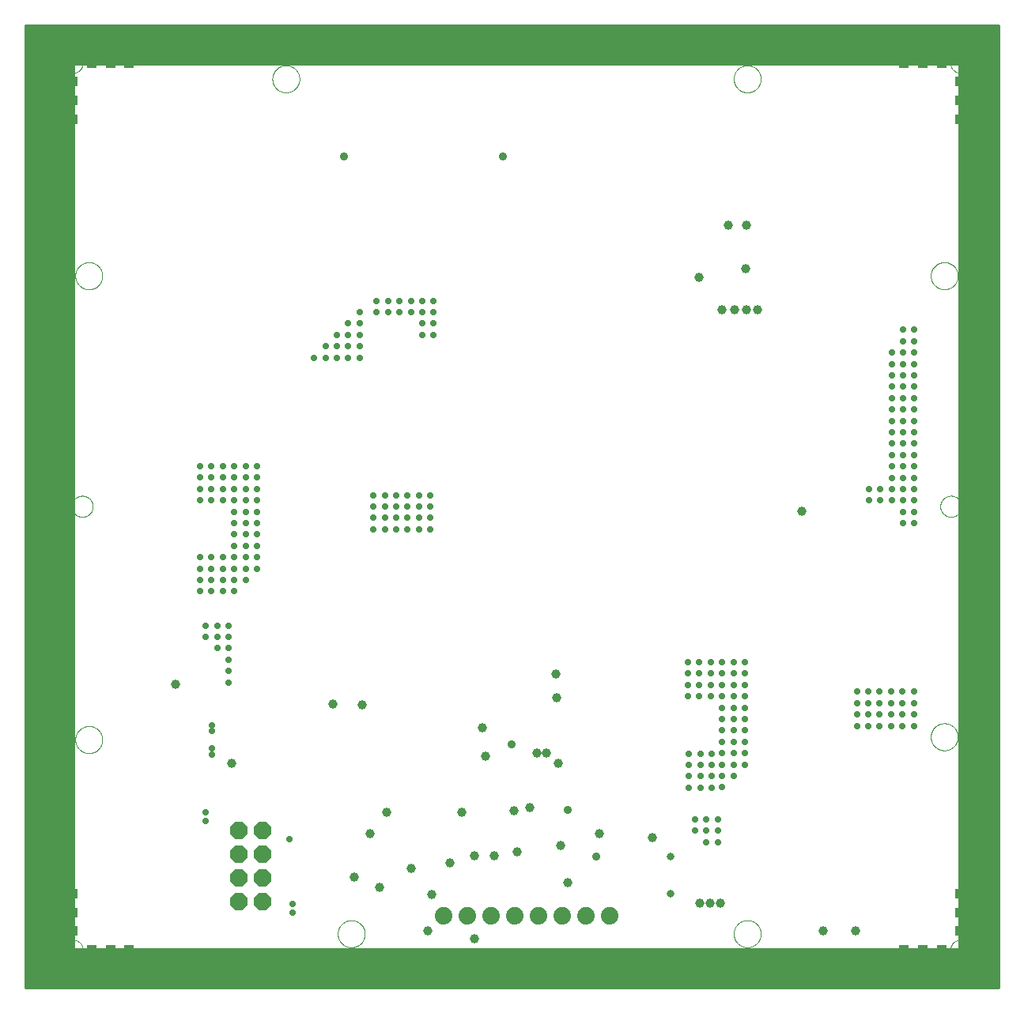
<source format=gbl>
G75*
%MOIN*%
%OFA0B0*%
%FSLAX25Y25*%
%IPPOS*%
%LPD*%
%AMOC8*
5,1,8,0,0,1.08239X$1,22.5*
%
%ADD10C,0.00000*%
%ADD11C,0.01600*%
%ADD12C,0.07400*%
%ADD13OC8,0.07400*%
%ADD14C,0.03962*%
%ADD15C,0.02800*%
%ADD16R,0.03962X0.03962*%
%ADD17C,0.03175*%
%ADD18C,0.03569*%
D10*
X0013611Y0013008D02*
X0052981Y0013008D01*
X0052981Y0009071D01*
X0364005Y0009071D01*
X0364005Y0013008D01*
X0403375Y0013008D01*
X0403375Y0052378D01*
X0407312Y0052378D01*
X0407312Y0363402D01*
X0403375Y0363402D01*
X0403375Y0402772D01*
X0364005Y0402772D01*
X0364005Y0406709D01*
X0052981Y0406709D01*
X0052981Y0402772D01*
X0013611Y0402772D01*
X0013611Y0363402D01*
X0009674Y0363402D01*
X0009674Y0052378D01*
X0013611Y0052378D01*
X0013611Y0013008D01*
X0017351Y0020882D02*
X0017353Y0021010D01*
X0017359Y0021138D01*
X0017369Y0021265D01*
X0017383Y0021393D01*
X0017400Y0021519D01*
X0017422Y0021645D01*
X0017448Y0021771D01*
X0017477Y0021895D01*
X0017510Y0022019D01*
X0017547Y0022141D01*
X0017588Y0022262D01*
X0017633Y0022382D01*
X0017681Y0022501D01*
X0017733Y0022618D01*
X0017789Y0022733D01*
X0017848Y0022847D01*
X0017910Y0022958D01*
X0017976Y0023068D01*
X0018045Y0023175D01*
X0018118Y0023281D01*
X0018194Y0023384D01*
X0018273Y0023484D01*
X0018355Y0023583D01*
X0018440Y0023678D01*
X0018528Y0023771D01*
X0018619Y0023861D01*
X0018712Y0023948D01*
X0018809Y0024033D01*
X0018907Y0024114D01*
X0019009Y0024192D01*
X0019112Y0024267D01*
X0019218Y0024339D01*
X0019326Y0024408D01*
X0019436Y0024473D01*
X0019549Y0024534D01*
X0019663Y0024593D01*
X0019778Y0024647D01*
X0019896Y0024698D01*
X0020014Y0024746D01*
X0020135Y0024789D01*
X0020256Y0024829D01*
X0020379Y0024865D01*
X0020503Y0024898D01*
X0020628Y0024926D01*
X0020753Y0024951D01*
X0020879Y0024971D01*
X0021006Y0024988D01*
X0021134Y0025001D01*
X0021261Y0025010D01*
X0021389Y0025015D01*
X0021517Y0025016D01*
X0021645Y0025013D01*
X0021773Y0025006D01*
X0021900Y0024995D01*
X0022027Y0024980D01*
X0022154Y0024962D01*
X0022280Y0024939D01*
X0022405Y0024912D01*
X0022529Y0024882D01*
X0022652Y0024848D01*
X0022775Y0024810D01*
X0022896Y0024768D01*
X0023015Y0024722D01*
X0023133Y0024673D01*
X0023250Y0024620D01*
X0023365Y0024564D01*
X0023478Y0024504D01*
X0023589Y0024441D01*
X0023698Y0024374D01*
X0023805Y0024304D01*
X0023910Y0024230D01*
X0024012Y0024154D01*
X0024112Y0024074D01*
X0024210Y0023991D01*
X0024305Y0023905D01*
X0024397Y0023816D01*
X0024486Y0023725D01*
X0024573Y0023631D01*
X0024656Y0023534D01*
X0024737Y0023434D01*
X0024814Y0023333D01*
X0024889Y0023228D01*
X0024960Y0023122D01*
X0025027Y0023013D01*
X0025092Y0022903D01*
X0025152Y0022790D01*
X0025210Y0022676D01*
X0025263Y0022560D01*
X0025313Y0022442D01*
X0025360Y0022323D01*
X0025403Y0022202D01*
X0025442Y0022080D01*
X0025477Y0021957D01*
X0025508Y0021833D01*
X0025536Y0021708D01*
X0025559Y0021582D01*
X0025579Y0021456D01*
X0025595Y0021329D01*
X0025607Y0021202D01*
X0025615Y0021074D01*
X0025619Y0020946D01*
X0025619Y0020818D01*
X0025615Y0020690D01*
X0025607Y0020562D01*
X0025595Y0020435D01*
X0025579Y0020308D01*
X0025559Y0020182D01*
X0025536Y0020056D01*
X0025508Y0019931D01*
X0025477Y0019807D01*
X0025442Y0019684D01*
X0025403Y0019562D01*
X0025360Y0019441D01*
X0025313Y0019322D01*
X0025263Y0019204D01*
X0025210Y0019088D01*
X0025152Y0018974D01*
X0025092Y0018861D01*
X0025027Y0018751D01*
X0024960Y0018642D01*
X0024889Y0018536D01*
X0024814Y0018431D01*
X0024737Y0018330D01*
X0024656Y0018230D01*
X0024573Y0018133D01*
X0024486Y0018039D01*
X0024397Y0017948D01*
X0024305Y0017859D01*
X0024210Y0017773D01*
X0024112Y0017690D01*
X0024012Y0017610D01*
X0023910Y0017534D01*
X0023805Y0017460D01*
X0023698Y0017390D01*
X0023589Y0017323D01*
X0023478Y0017260D01*
X0023365Y0017200D01*
X0023250Y0017144D01*
X0023133Y0017091D01*
X0023015Y0017042D01*
X0022896Y0016996D01*
X0022775Y0016954D01*
X0022652Y0016916D01*
X0022529Y0016882D01*
X0022405Y0016852D01*
X0022280Y0016825D01*
X0022154Y0016802D01*
X0022027Y0016784D01*
X0021900Y0016769D01*
X0021773Y0016758D01*
X0021645Y0016751D01*
X0021517Y0016748D01*
X0021389Y0016749D01*
X0021261Y0016754D01*
X0021134Y0016763D01*
X0021006Y0016776D01*
X0020879Y0016793D01*
X0020753Y0016813D01*
X0020628Y0016838D01*
X0020503Y0016866D01*
X0020379Y0016899D01*
X0020256Y0016935D01*
X0020135Y0016975D01*
X0020014Y0017018D01*
X0019896Y0017066D01*
X0019778Y0017117D01*
X0019663Y0017171D01*
X0019549Y0017230D01*
X0019436Y0017291D01*
X0019326Y0017356D01*
X0019218Y0017425D01*
X0019112Y0017497D01*
X0019009Y0017572D01*
X0018907Y0017650D01*
X0018809Y0017731D01*
X0018712Y0017816D01*
X0018619Y0017903D01*
X0018528Y0017993D01*
X0018440Y0018086D01*
X0018355Y0018181D01*
X0018273Y0018280D01*
X0018194Y0018380D01*
X0018118Y0018483D01*
X0018045Y0018589D01*
X0017976Y0018696D01*
X0017910Y0018806D01*
X0017848Y0018917D01*
X0017789Y0019031D01*
X0017733Y0019146D01*
X0017681Y0019263D01*
X0017633Y0019382D01*
X0017588Y0019502D01*
X0017547Y0019623D01*
X0017510Y0019745D01*
X0017477Y0019869D01*
X0017448Y0019993D01*
X0017422Y0020119D01*
X0017400Y0020245D01*
X0017383Y0020371D01*
X0017369Y0020499D01*
X0017359Y0020626D01*
X0017353Y0020754D01*
X0017351Y0020882D01*
X0022469Y0109465D02*
X0022471Y0109616D01*
X0022477Y0109766D01*
X0022487Y0109917D01*
X0022501Y0110067D01*
X0022519Y0110216D01*
X0022540Y0110366D01*
X0022566Y0110514D01*
X0022596Y0110662D01*
X0022629Y0110809D01*
X0022667Y0110955D01*
X0022708Y0111100D01*
X0022753Y0111244D01*
X0022802Y0111386D01*
X0022855Y0111527D01*
X0022911Y0111667D01*
X0022971Y0111805D01*
X0023034Y0111942D01*
X0023102Y0112077D01*
X0023172Y0112210D01*
X0023246Y0112341D01*
X0023324Y0112470D01*
X0023405Y0112597D01*
X0023489Y0112722D01*
X0023577Y0112845D01*
X0023668Y0112965D01*
X0023762Y0113083D01*
X0023859Y0113198D01*
X0023959Y0113311D01*
X0024062Y0113421D01*
X0024168Y0113528D01*
X0024277Y0113633D01*
X0024388Y0113734D01*
X0024502Y0113833D01*
X0024618Y0113928D01*
X0024738Y0114021D01*
X0024859Y0114110D01*
X0024983Y0114196D01*
X0025109Y0114279D01*
X0025237Y0114358D01*
X0025367Y0114434D01*
X0025499Y0114507D01*
X0025633Y0114575D01*
X0025769Y0114641D01*
X0025907Y0114703D01*
X0026046Y0114761D01*
X0026186Y0114815D01*
X0026328Y0114866D01*
X0026471Y0114913D01*
X0026616Y0114956D01*
X0026761Y0114995D01*
X0026908Y0115031D01*
X0027055Y0115062D01*
X0027203Y0115090D01*
X0027352Y0115114D01*
X0027501Y0115134D01*
X0027651Y0115150D01*
X0027801Y0115162D01*
X0027952Y0115170D01*
X0028103Y0115174D01*
X0028253Y0115174D01*
X0028404Y0115170D01*
X0028555Y0115162D01*
X0028705Y0115150D01*
X0028855Y0115134D01*
X0029004Y0115114D01*
X0029153Y0115090D01*
X0029301Y0115062D01*
X0029448Y0115031D01*
X0029595Y0114995D01*
X0029740Y0114956D01*
X0029885Y0114913D01*
X0030028Y0114866D01*
X0030170Y0114815D01*
X0030310Y0114761D01*
X0030449Y0114703D01*
X0030587Y0114641D01*
X0030723Y0114575D01*
X0030857Y0114507D01*
X0030989Y0114434D01*
X0031119Y0114358D01*
X0031247Y0114279D01*
X0031373Y0114196D01*
X0031497Y0114110D01*
X0031618Y0114021D01*
X0031738Y0113928D01*
X0031854Y0113833D01*
X0031968Y0113734D01*
X0032079Y0113633D01*
X0032188Y0113528D01*
X0032294Y0113421D01*
X0032397Y0113311D01*
X0032497Y0113198D01*
X0032594Y0113083D01*
X0032688Y0112965D01*
X0032779Y0112845D01*
X0032867Y0112722D01*
X0032951Y0112597D01*
X0033032Y0112470D01*
X0033110Y0112341D01*
X0033184Y0112210D01*
X0033254Y0112077D01*
X0033322Y0111942D01*
X0033385Y0111805D01*
X0033445Y0111667D01*
X0033501Y0111527D01*
X0033554Y0111386D01*
X0033603Y0111244D01*
X0033648Y0111100D01*
X0033689Y0110955D01*
X0033727Y0110809D01*
X0033760Y0110662D01*
X0033790Y0110514D01*
X0033816Y0110366D01*
X0033837Y0110216D01*
X0033855Y0110067D01*
X0033869Y0109917D01*
X0033879Y0109766D01*
X0033885Y0109616D01*
X0033887Y0109465D01*
X0033885Y0109314D01*
X0033879Y0109164D01*
X0033869Y0109013D01*
X0033855Y0108863D01*
X0033837Y0108714D01*
X0033816Y0108564D01*
X0033790Y0108416D01*
X0033760Y0108268D01*
X0033727Y0108121D01*
X0033689Y0107975D01*
X0033648Y0107830D01*
X0033603Y0107686D01*
X0033554Y0107544D01*
X0033501Y0107403D01*
X0033445Y0107263D01*
X0033385Y0107125D01*
X0033322Y0106988D01*
X0033254Y0106853D01*
X0033184Y0106720D01*
X0033110Y0106589D01*
X0033032Y0106460D01*
X0032951Y0106333D01*
X0032867Y0106208D01*
X0032779Y0106085D01*
X0032688Y0105965D01*
X0032594Y0105847D01*
X0032497Y0105732D01*
X0032397Y0105619D01*
X0032294Y0105509D01*
X0032188Y0105402D01*
X0032079Y0105297D01*
X0031968Y0105196D01*
X0031854Y0105097D01*
X0031738Y0105002D01*
X0031618Y0104909D01*
X0031497Y0104820D01*
X0031373Y0104734D01*
X0031247Y0104651D01*
X0031119Y0104572D01*
X0030989Y0104496D01*
X0030857Y0104423D01*
X0030723Y0104355D01*
X0030587Y0104289D01*
X0030449Y0104227D01*
X0030310Y0104169D01*
X0030170Y0104115D01*
X0030028Y0104064D01*
X0029885Y0104017D01*
X0029740Y0103974D01*
X0029595Y0103935D01*
X0029448Y0103899D01*
X0029301Y0103868D01*
X0029153Y0103840D01*
X0029004Y0103816D01*
X0028855Y0103796D01*
X0028705Y0103780D01*
X0028555Y0103768D01*
X0028404Y0103760D01*
X0028253Y0103756D01*
X0028103Y0103756D01*
X0027952Y0103760D01*
X0027801Y0103768D01*
X0027651Y0103780D01*
X0027501Y0103796D01*
X0027352Y0103816D01*
X0027203Y0103840D01*
X0027055Y0103868D01*
X0026908Y0103899D01*
X0026761Y0103935D01*
X0026616Y0103974D01*
X0026471Y0104017D01*
X0026328Y0104064D01*
X0026186Y0104115D01*
X0026046Y0104169D01*
X0025907Y0104227D01*
X0025769Y0104289D01*
X0025633Y0104355D01*
X0025499Y0104423D01*
X0025367Y0104496D01*
X0025237Y0104572D01*
X0025109Y0104651D01*
X0024983Y0104734D01*
X0024859Y0104820D01*
X0024738Y0104909D01*
X0024618Y0105002D01*
X0024502Y0105097D01*
X0024388Y0105196D01*
X0024277Y0105297D01*
X0024168Y0105402D01*
X0024062Y0105509D01*
X0023959Y0105619D01*
X0023859Y0105732D01*
X0023762Y0105847D01*
X0023668Y0105965D01*
X0023577Y0106085D01*
X0023489Y0106208D01*
X0023405Y0106333D01*
X0023324Y0106460D01*
X0023246Y0106589D01*
X0023172Y0106720D01*
X0023102Y0106853D01*
X0023034Y0106988D01*
X0022971Y0107125D01*
X0022911Y0107263D01*
X0022855Y0107403D01*
X0022802Y0107544D01*
X0022753Y0107686D01*
X0022708Y0107830D01*
X0022667Y0107975D01*
X0022629Y0108121D01*
X0022596Y0108268D01*
X0022566Y0108416D01*
X0022540Y0108564D01*
X0022519Y0108714D01*
X0022501Y0108863D01*
X0022487Y0109013D01*
X0022477Y0109164D01*
X0022471Y0109314D01*
X0022469Y0109465D01*
X0020973Y0207890D02*
X0020975Y0208023D01*
X0020981Y0208156D01*
X0020991Y0208289D01*
X0021005Y0208421D01*
X0021023Y0208553D01*
X0021044Y0208684D01*
X0021070Y0208815D01*
X0021100Y0208945D01*
X0021133Y0209074D01*
X0021171Y0209201D01*
X0021212Y0209328D01*
X0021257Y0209453D01*
X0021305Y0209577D01*
X0021358Y0209700D01*
X0021414Y0209820D01*
X0021473Y0209939D01*
X0021536Y0210057D01*
X0021603Y0210172D01*
X0021673Y0210285D01*
X0021746Y0210396D01*
X0021823Y0210505D01*
X0021903Y0210612D01*
X0021986Y0210716D01*
X0022072Y0210817D01*
X0022161Y0210916D01*
X0022253Y0211012D01*
X0022347Y0211106D01*
X0022445Y0211196D01*
X0022545Y0211284D01*
X0022648Y0211368D01*
X0022753Y0211450D01*
X0022861Y0211528D01*
X0022971Y0211603D01*
X0023083Y0211675D01*
X0023198Y0211743D01*
X0023314Y0211808D01*
X0023432Y0211869D01*
X0023552Y0211927D01*
X0023673Y0211981D01*
X0023797Y0212031D01*
X0023921Y0212078D01*
X0024047Y0212121D01*
X0024174Y0212160D01*
X0024303Y0212196D01*
X0024432Y0212227D01*
X0024562Y0212255D01*
X0024693Y0212279D01*
X0024825Y0212299D01*
X0024957Y0212315D01*
X0025090Y0212327D01*
X0025222Y0212335D01*
X0025355Y0212339D01*
X0025489Y0212339D01*
X0025622Y0212335D01*
X0025754Y0212327D01*
X0025887Y0212315D01*
X0026019Y0212299D01*
X0026151Y0212279D01*
X0026282Y0212255D01*
X0026412Y0212227D01*
X0026541Y0212196D01*
X0026670Y0212160D01*
X0026797Y0212121D01*
X0026923Y0212078D01*
X0027047Y0212031D01*
X0027171Y0211981D01*
X0027292Y0211927D01*
X0027412Y0211869D01*
X0027530Y0211808D01*
X0027647Y0211743D01*
X0027761Y0211675D01*
X0027873Y0211603D01*
X0027983Y0211528D01*
X0028091Y0211450D01*
X0028196Y0211368D01*
X0028299Y0211284D01*
X0028399Y0211196D01*
X0028497Y0211106D01*
X0028591Y0211012D01*
X0028683Y0210916D01*
X0028772Y0210817D01*
X0028858Y0210716D01*
X0028941Y0210612D01*
X0029021Y0210505D01*
X0029098Y0210396D01*
X0029171Y0210285D01*
X0029241Y0210172D01*
X0029308Y0210057D01*
X0029371Y0209939D01*
X0029430Y0209820D01*
X0029486Y0209700D01*
X0029539Y0209577D01*
X0029587Y0209453D01*
X0029632Y0209328D01*
X0029673Y0209201D01*
X0029711Y0209074D01*
X0029744Y0208945D01*
X0029774Y0208815D01*
X0029800Y0208684D01*
X0029821Y0208553D01*
X0029839Y0208421D01*
X0029853Y0208289D01*
X0029863Y0208156D01*
X0029869Y0208023D01*
X0029871Y0207890D01*
X0029869Y0207757D01*
X0029863Y0207624D01*
X0029853Y0207491D01*
X0029839Y0207359D01*
X0029821Y0207227D01*
X0029800Y0207096D01*
X0029774Y0206965D01*
X0029744Y0206835D01*
X0029711Y0206706D01*
X0029673Y0206579D01*
X0029632Y0206452D01*
X0029587Y0206327D01*
X0029539Y0206203D01*
X0029486Y0206080D01*
X0029430Y0205960D01*
X0029371Y0205841D01*
X0029308Y0205723D01*
X0029241Y0205608D01*
X0029171Y0205495D01*
X0029098Y0205384D01*
X0029021Y0205275D01*
X0028941Y0205168D01*
X0028858Y0205064D01*
X0028772Y0204963D01*
X0028683Y0204864D01*
X0028591Y0204768D01*
X0028497Y0204674D01*
X0028399Y0204584D01*
X0028299Y0204496D01*
X0028196Y0204412D01*
X0028091Y0204330D01*
X0027983Y0204252D01*
X0027873Y0204177D01*
X0027761Y0204105D01*
X0027646Y0204037D01*
X0027530Y0203972D01*
X0027412Y0203911D01*
X0027292Y0203853D01*
X0027171Y0203799D01*
X0027047Y0203749D01*
X0026923Y0203702D01*
X0026797Y0203659D01*
X0026670Y0203620D01*
X0026541Y0203584D01*
X0026412Y0203553D01*
X0026282Y0203525D01*
X0026151Y0203501D01*
X0026019Y0203481D01*
X0025887Y0203465D01*
X0025754Y0203453D01*
X0025622Y0203445D01*
X0025489Y0203441D01*
X0025355Y0203441D01*
X0025222Y0203445D01*
X0025090Y0203453D01*
X0024957Y0203465D01*
X0024825Y0203481D01*
X0024693Y0203501D01*
X0024562Y0203525D01*
X0024432Y0203553D01*
X0024303Y0203584D01*
X0024174Y0203620D01*
X0024047Y0203659D01*
X0023921Y0203702D01*
X0023797Y0203749D01*
X0023673Y0203799D01*
X0023552Y0203853D01*
X0023432Y0203911D01*
X0023314Y0203972D01*
X0023197Y0204037D01*
X0023083Y0204105D01*
X0022971Y0204177D01*
X0022861Y0204252D01*
X0022753Y0204330D01*
X0022648Y0204412D01*
X0022545Y0204496D01*
X0022445Y0204584D01*
X0022347Y0204674D01*
X0022253Y0204768D01*
X0022161Y0204864D01*
X0022072Y0204963D01*
X0021986Y0205064D01*
X0021903Y0205168D01*
X0021823Y0205275D01*
X0021746Y0205384D01*
X0021673Y0205495D01*
X0021603Y0205608D01*
X0021536Y0205723D01*
X0021473Y0205841D01*
X0021414Y0205960D01*
X0021358Y0206080D01*
X0021305Y0206203D01*
X0021257Y0206327D01*
X0021212Y0206452D01*
X0021171Y0206579D01*
X0021133Y0206706D01*
X0021100Y0206835D01*
X0021070Y0206965D01*
X0021044Y0207096D01*
X0021023Y0207227D01*
X0021005Y0207359D01*
X0020991Y0207491D01*
X0020981Y0207624D01*
X0020975Y0207757D01*
X0020973Y0207890D01*
X0022469Y0305134D02*
X0022471Y0305285D01*
X0022477Y0305435D01*
X0022487Y0305586D01*
X0022501Y0305736D01*
X0022519Y0305885D01*
X0022540Y0306035D01*
X0022566Y0306183D01*
X0022596Y0306331D01*
X0022629Y0306478D01*
X0022667Y0306624D01*
X0022708Y0306769D01*
X0022753Y0306913D01*
X0022802Y0307055D01*
X0022855Y0307196D01*
X0022911Y0307336D01*
X0022971Y0307474D01*
X0023034Y0307611D01*
X0023102Y0307746D01*
X0023172Y0307879D01*
X0023246Y0308010D01*
X0023324Y0308139D01*
X0023405Y0308266D01*
X0023489Y0308391D01*
X0023577Y0308514D01*
X0023668Y0308634D01*
X0023762Y0308752D01*
X0023859Y0308867D01*
X0023959Y0308980D01*
X0024062Y0309090D01*
X0024168Y0309197D01*
X0024277Y0309302D01*
X0024388Y0309403D01*
X0024502Y0309502D01*
X0024618Y0309597D01*
X0024738Y0309690D01*
X0024859Y0309779D01*
X0024983Y0309865D01*
X0025109Y0309948D01*
X0025237Y0310027D01*
X0025367Y0310103D01*
X0025499Y0310176D01*
X0025633Y0310244D01*
X0025769Y0310310D01*
X0025907Y0310372D01*
X0026046Y0310430D01*
X0026186Y0310484D01*
X0026328Y0310535D01*
X0026471Y0310582D01*
X0026616Y0310625D01*
X0026761Y0310664D01*
X0026908Y0310700D01*
X0027055Y0310731D01*
X0027203Y0310759D01*
X0027352Y0310783D01*
X0027501Y0310803D01*
X0027651Y0310819D01*
X0027801Y0310831D01*
X0027952Y0310839D01*
X0028103Y0310843D01*
X0028253Y0310843D01*
X0028404Y0310839D01*
X0028555Y0310831D01*
X0028705Y0310819D01*
X0028855Y0310803D01*
X0029004Y0310783D01*
X0029153Y0310759D01*
X0029301Y0310731D01*
X0029448Y0310700D01*
X0029595Y0310664D01*
X0029740Y0310625D01*
X0029885Y0310582D01*
X0030028Y0310535D01*
X0030170Y0310484D01*
X0030310Y0310430D01*
X0030449Y0310372D01*
X0030587Y0310310D01*
X0030723Y0310244D01*
X0030857Y0310176D01*
X0030989Y0310103D01*
X0031119Y0310027D01*
X0031247Y0309948D01*
X0031373Y0309865D01*
X0031497Y0309779D01*
X0031618Y0309690D01*
X0031738Y0309597D01*
X0031854Y0309502D01*
X0031968Y0309403D01*
X0032079Y0309302D01*
X0032188Y0309197D01*
X0032294Y0309090D01*
X0032397Y0308980D01*
X0032497Y0308867D01*
X0032594Y0308752D01*
X0032688Y0308634D01*
X0032779Y0308514D01*
X0032867Y0308391D01*
X0032951Y0308266D01*
X0033032Y0308139D01*
X0033110Y0308010D01*
X0033184Y0307879D01*
X0033254Y0307746D01*
X0033322Y0307611D01*
X0033385Y0307474D01*
X0033445Y0307336D01*
X0033501Y0307196D01*
X0033554Y0307055D01*
X0033603Y0306913D01*
X0033648Y0306769D01*
X0033689Y0306624D01*
X0033727Y0306478D01*
X0033760Y0306331D01*
X0033790Y0306183D01*
X0033816Y0306035D01*
X0033837Y0305885D01*
X0033855Y0305736D01*
X0033869Y0305586D01*
X0033879Y0305435D01*
X0033885Y0305285D01*
X0033887Y0305134D01*
X0033885Y0304983D01*
X0033879Y0304833D01*
X0033869Y0304682D01*
X0033855Y0304532D01*
X0033837Y0304383D01*
X0033816Y0304233D01*
X0033790Y0304085D01*
X0033760Y0303937D01*
X0033727Y0303790D01*
X0033689Y0303644D01*
X0033648Y0303499D01*
X0033603Y0303355D01*
X0033554Y0303213D01*
X0033501Y0303072D01*
X0033445Y0302932D01*
X0033385Y0302794D01*
X0033322Y0302657D01*
X0033254Y0302522D01*
X0033184Y0302389D01*
X0033110Y0302258D01*
X0033032Y0302129D01*
X0032951Y0302002D01*
X0032867Y0301877D01*
X0032779Y0301754D01*
X0032688Y0301634D01*
X0032594Y0301516D01*
X0032497Y0301401D01*
X0032397Y0301288D01*
X0032294Y0301178D01*
X0032188Y0301071D01*
X0032079Y0300966D01*
X0031968Y0300865D01*
X0031854Y0300766D01*
X0031738Y0300671D01*
X0031618Y0300578D01*
X0031497Y0300489D01*
X0031373Y0300403D01*
X0031247Y0300320D01*
X0031119Y0300241D01*
X0030989Y0300165D01*
X0030857Y0300092D01*
X0030723Y0300024D01*
X0030587Y0299958D01*
X0030449Y0299896D01*
X0030310Y0299838D01*
X0030170Y0299784D01*
X0030028Y0299733D01*
X0029885Y0299686D01*
X0029740Y0299643D01*
X0029595Y0299604D01*
X0029448Y0299568D01*
X0029301Y0299537D01*
X0029153Y0299509D01*
X0029004Y0299485D01*
X0028855Y0299465D01*
X0028705Y0299449D01*
X0028555Y0299437D01*
X0028404Y0299429D01*
X0028253Y0299425D01*
X0028103Y0299425D01*
X0027952Y0299429D01*
X0027801Y0299437D01*
X0027651Y0299449D01*
X0027501Y0299465D01*
X0027352Y0299485D01*
X0027203Y0299509D01*
X0027055Y0299537D01*
X0026908Y0299568D01*
X0026761Y0299604D01*
X0026616Y0299643D01*
X0026471Y0299686D01*
X0026328Y0299733D01*
X0026186Y0299784D01*
X0026046Y0299838D01*
X0025907Y0299896D01*
X0025769Y0299958D01*
X0025633Y0300024D01*
X0025499Y0300092D01*
X0025367Y0300165D01*
X0025237Y0300241D01*
X0025109Y0300320D01*
X0024983Y0300403D01*
X0024859Y0300489D01*
X0024738Y0300578D01*
X0024618Y0300671D01*
X0024502Y0300766D01*
X0024388Y0300865D01*
X0024277Y0300966D01*
X0024168Y0301071D01*
X0024062Y0301178D01*
X0023959Y0301288D01*
X0023859Y0301401D01*
X0023762Y0301516D01*
X0023668Y0301634D01*
X0023577Y0301754D01*
X0023489Y0301877D01*
X0023405Y0302002D01*
X0023324Y0302129D01*
X0023246Y0302258D01*
X0023172Y0302389D01*
X0023102Y0302522D01*
X0023034Y0302657D01*
X0022971Y0302794D01*
X0022911Y0302932D01*
X0022855Y0303072D01*
X0022802Y0303213D01*
X0022753Y0303355D01*
X0022708Y0303499D01*
X0022667Y0303644D01*
X0022629Y0303790D01*
X0022596Y0303937D01*
X0022566Y0304085D01*
X0022540Y0304233D01*
X0022519Y0304383D01*
X0022501Y0304532D01*
X0022487Y0304682D01*
X0022477Y0304833D01*
X0022471Y0304983D01*
X0022469Y0305134D01*
X0105540Y0388205D02*
X0105542Y0388356D01*
X0105548Y0388506D01*
X0105558Y0388657D01*
X0105572Y0388807D01*
X0105590Y0388956D01*
X0105611Y0389106D01*
X0105637Y0389254D01*
X0105667Y0389402D01*
X0105700Y0389549D01*
X0105738Y0389695D01*
X0105779Y0389840D01*
X0105824Y0389984D01*
X0105873Y0390126D01*
X0105926Y0390267D01*
X0105982Y0390407D01*
X0106042Y0390545D01*
X0106105Y0390682D01*
X0106173Y0390817D01*
X0106243Y0390950D01*
X0106317Y0391081D01*
X0106395Y0391210D01*
X0106476Y0391337D01*
X0106560Y0391462D01*
X0106648Y0391585D01*
X0106739Y0391705D01*
X0106833Y0391823D01*
X0106930Y0391938D01*
X0107030Y0392051D01*
X0107133Y0392161D01*
X0107239Y0392268D01*
X0107348Y0392373D01*
X0107459Y0392474D01*
X0107573Y0392573D01*
X0107689Y0392668D01*
X0107809Y0392761D01*
X0107930Y0392850D01*
X0108054Y0392936D01*
X0108180Y0393019D01*
X0108308Y0393098D01*
X0108438Y0393174D01*
X0108570Y0393247D01*
X0108704Y0393315D01*
X0108840Y0393381D01*
X0108978Y0393443D01*
X0109117Y0393501D01*
X0109257Y0393555D01*
X0109399Y0393606D01*
X0109542Y0393653D01*
X0109687Y0393696D01*
X0109832Y0393735D01*
X0109979Y0393771D01*
X0110126Y0393802D01*
X0110274Y0393830D01*
X0110423Y0393854D01*
X0110572Y0393874D01*
X0110722Y0393890D01*
X0110872Y0393902D01*
X0111023Y0393910D01*
X0111174Y0393914D01*
X0111324Y0393914D01*
X0111475Y0393910D01*
X0111626Y0393902D01*
X0111776Y0393890D01*
X0111926Y0393874D01*
X0112075Y0393854D01*
X0112224Y0393830D01*
X0112372Y0393802D01*
X0112519Y0393771D01*
X0112666Y0393735D01*
X0112811Y0393696D01*
X0112956Y0393653D01*
X0113099Y0393606D01*
X0113241Y0393555D01*
X0113381Y0393501D01*
X0113520Y0393443D01*
X0113658Y0393381D01*
X0113794Y0393315D01*
X0113928Y0393247D01*
X0114060Y0393174D01*
X0114190Y0393098D01*
X0114318Y0393019D01*
X0114444Y0392936D01*
X0114568Y0392850D01*
X0114689Y0392761D01*
X0114809Y0392668D01*
X0114925Y0392573D01*
X0115039Y0392474D01*
X0115150Y0392373D01*
X0115259Y0392268D01*
X0115365Y0392161D01*
X0115468Y0392051D01*
X0115568Y0391938D01*
X0115665Y0391823D01*
X0115759Y0391705D01*
X0115850Y0391585D01*
X0115938Y0391462D01*
X0116022Y0391337D01*
X0116103Y0391210D01*
X0116181Y0391081D01*
X0116255Y0390950D01*
X0116325Y0390817D01*
X0116393Y0390682D01*
X0116456Y0390545D01*
X0116516Y0390407D01*
X0116572Y0390267D01*
X0116625Y0390126D01*
X0116674Y0389984D01*
X0116719Y0389840D01*
X0116760Y0389695D01*
X0116798Y0389549D01*
X0116831Y0389402D01*
X0116861Y0389254D01*
X0116887Y0389106D01*
X0116908Y0388956D01*
X0116926Y0388807D01*
X0116940Y0388657D01*
X0116950Y0388506D01*
X0116956Y0388356D01*
X0116958Y0388205D01*
X0116956Y0388054D01*
X0116950Y0387904D01*
X0116940Y0387753D01*
X0116926Y0387603D01*
X0116908Y0387454D01*
X0116887Y0387304D01*
X0116861Y0387156D01*
X0116831Y0387008D01*
X0116798Y0386861D01*
X0116760Y0386715D01*
X0116719Y0386570D01*
X0116674Y0386426D01*
X0116625Y0386284D01*
X0116572Y0386143D01*
X0116516Y0386003D01*
X0116456Y0385865D01*
X0116393Y0385728D01*
X0116325Y0385593D01*
X0116255Y0385460D01*
X0116181Y0385329D01*
X0116103Y0385200D01*
X0116022Y0385073D01*
X0115938Y0384948D01*
X0115850Y0384825D01*
X0115759Y0384705D01*
X0115665Y0384587D01*
X0115568Y0384472D01*
X0115468Y0384359D01*
X0115365Y0384249D01*
X0115259Y0384142D01*
X0115150Y0384037D01*
X0115039Y0383936D01*
X0114925Y0383837D01*
X0114809Y0383742D01*
X0114689Y0383649D01*
X0114568Y0383560D01*
X0114444Y0383474D01*
X0114318Y0383391D01*
X0114190Y0383312D01*
X0114060Y0383236D01*
X0113928Y0383163D01*
X0113794Y0383095D01*
X0113658Y0383029D01*
X0113520Y0382967D01*
X0113381Y0382909D01*
X0113241Y0382855D01*
X0113099Y0382804D01*
X0112956Y0382757D01*
X0112811Y0382714D01*
X0112666Y0382675D01*
X0112519Y0382639D01*
X0112372Y0382608D01*
X0112224Y0382580D01*
X0112075Y0382556D01*
X0111926Y0382536D01*
X0111776Y0382520D01*
X0111626Y0382508D01*
X0111475Y0382500D01*
X0111324Y0382496D01*
X0111174Y0382496D01*
X0111023Y0382500D01*
X0110872Y0382508D01*
X0110722Y0382520D01*
X0110572Y0382536D01*
X0110423Y0382556D01*
X0110274Y0382580D01*
X0110126Y0382608D01*
X0109979Y0382639D01*
X0109832Y0382675D01*
X0109687Y0382714D01*
X0109542Y0382757D01*
X0109399Y0382804D01*
X0109257Y0382855D01*
X0109117Y0382909D01*
X0108978Y0382967D01*
X0108840Y0383029D01*
X0108704Y0383095D01*
X0108570Y0383163D01*
X0108438Y0383236D01*
X0108308Y0383312D01*
X0108180Y0383391D01*
X0108054Y0383474D01*
X0107930Y0383560D01*
X0107809Y0383649D01*
X0107689Y0383742D01*
X0107573Y0383837D01*
X0107459Y0383936D01*
X0107348Y0384037D01*
X0107239Y0384142D01*
X0107133Y0384249D01*
X0107030Y0384359D01*
X0106930Y0384472D01*
X0106833Y0384587D01*
X0106739Y0384705D01*
X0106648Y0384825D01*
X0106560Y0384948D01*
X0106476Y0385073D01*
X0106395Y0385200D01*
X0106317Y0385329D01*
X0106243Y0385460D01*
X0106173Y0385593D01*
X0106105Y0385728D01*
X0106042Y0385865D01*
X0105982Y0386003D01*
X0105926Y0386143D01*
X0105873Y0386284D01*
X0105824Y0386426D01*
X0105779Y0386570D01*
X0105738Y0386715D01*
X0105700Y0386861D01*
X0105667Y0387008D01*
X0105637Y0387156D01*
X0105611Y0387304D01*
X0105590Y0387454D01*
X0105572Y0387603D01*
X0105558Y0387753D01*
X0105548Y0387904D01*
X0105542Y0388054D01*
X0105540Y0388205D01*
X0017351Y0394898D02*
X0017353Y0395026D01*
X0017359Y0395154D01*
X0017369Y0395281D01*
X0017383Y0395409D01*
X0017400Y0395535D01*
X0017422Y0395661D01*
X0017448Y0395787D01*
X0017477Y0395911D01*
X0017510Y0396035D01*
X0017547Y0396157D01*
X0017588Y0396278D01*
X0017633Y0396398D01*
X0017681Y0396517D01*
X0017733Y0396634D01*
X0017789Y0396749D01*
X0017848Y0396863D01*
X0017910Y0396974D01*
X0017976Y0397084D01*
X0018045Y0397191D01*
X0018118Y0397297D01*
X0018194Y0397400D01*
X0018273Y0397500D01*
X0018355Y0397599D01*
X0018440Y0397694D01*
X0018528Y0397787D01*
X0018619Y0397877D01*
X0018712Y0397964D01*
X0018809Y0398049D01*
X0018907Y0398130D01*
X0019009Y0398208D01*
X0019112Y0398283D01*
X0019218Y0398355D01*
X0019326Y0398424D01*
X0019436Y0398489D01*
X0019549Y0398550D01*
X0019663Y0398609D01*
X0019778Y0398663D01*
X0019896Y0398714D01*
X0020014Y0398762D01*
X0020135Y0398805D01*
X0020256Y0398845D01*
X0020379Y0398881D01*
X0020503Y0398914D01*
X0020628Y0398942D01*
X0020753Y0398967D01*
X0020879Y0398987D01*
X0021006Y0399004D01*
X0021134Y0399017D01*
X0021261Y0399026D01*
X0021389Y0399031D01*
X0021517Y0399032D01*
X0021645Y0399029D01*
X0021773Y0399022D01*
X0021900Y0399011D01*
X0022027Y0398996D01*
X0022154Y0398978D01*
X0022280Y0398955D01*
X0022405Y0398928D01*
X0022529Y0398898D01*
X0022652Y0398864D01*
X0022775Y0398826D01*
X0022896Y0398784D01*
X0023015Y0398738D01*
X0023133Y0398689D01*
X0023250Y0398636D01*
X0023365Y0398580D01*
X0023478Y0398520D01*
X0023589Y0398457D01*
X0023698Y0398390D01*
X0023805Y0398320D01*
X0023910Y0398246D01*
X0024012Y0398170D01*
X0024112Y0398090D01*
X0024210Y0398007D01*
X0024305Y0397921D01*
X0024397Y0397832D01*
X0024486Y0397741D01*
X0024573Y0397647D01*
X0024656Y0397550D01*
X0024737Y0397450D01*
X0024814Y0397349D01*
X0024889Y0397244D01*
X0024960Y0397138D01*
X0025027Y0397029D01*
X0025092Y0396919D01*
X0025152Y0396806D01*
X0025210Y0396692D01*
X0025263Y0396576D01*
X0025313Y0396458D01*
X0025360Y0396339D01*
X0025403Y0396218D01*
X0025442Y0396096D01*
X0025477Y0395973D01*
X0025508Y0395849D01*
X0025536Y0395724D01*
X0025559Y0395598D01*
X0025579Y0395472D01*
X0025595Y0395345D01*
X0025607Y0395218D01*
X0025615Y0395090D01*
X0025619Y0394962D01*
X0025619Y0394834D01*
X0025615Y0394706D01*
X0025607Y0394578D01*
X0025595Y0394451D01*
X0025579Y0394324D01*
X0025559Y0394198D01*
X0025536Y0394072D01*
X0025508Y0393947D01*
X0025477Y0393823D01*
X0025442Y0393700D01*
X0025403Y0393578D01*
X0025360Y0393457D01*
X0025313Y0393338D01*
X0025263Y0393220D01*
X0025210Y0393104D01*
X0025152Y0392990D01*
X0025092Y0392877D01*
X0025027Y0392767D01*
X0024960Y0392658D01*
X0024889Y0392552D01*
X0024814Y0392447D01*
X0024737Y0392346D01*
X0024656Y0392246D01*
X0024573Y0392149D01*
X0024486Y0392055D01*
X0024397Y0391964D01*
X0024305Y0391875D01*
X0024210Y0391789D01*
X0024112Y0391706D01*
X0024012Y0391626D01*
X0023910Y0391550D01*
X0023805Y0391476D01*
X0023698Y0391406D01*
X0023589Y0391339D01*
X0023478Y0391276D01*
X0023365Y0391216D01*
X0023250Y0391160D01*
X0023133Y0391107D01*
X0023015Y0391058D01*
X0022896Y0391012D01*
X0022775Y0390970D01*
X0022652Y0390932D01*
X0022529Y0390898D01*
X0022405Y0390868D01*
X0022280Y0390841D01*
X0022154Y0390818D01*
X0022027Y0390800D01*
X0021900Y0390785D01*
X0021773Y0390774D01*
X0021645Y0390767D01*
X0021517Y0390764D01*
X0021389Y0390765D01*
X0021261Y0390770D01*
X0021134Y0390779D01*
X0021006Y0390792D01*
X0020879Y0390809D01*
X0020753Y0390829D01*
X0020628Y0390854D01*
X0020503Y0390882D01*
X0020379Y0390915D01*
X0020256Y0390951D01*
X0020135Y0390991D01*
X0020014Y0391034D01*
X0019896Y0391082D01*
X0019778Y0391133D01*
X0019663Y0391187D01*
X0019549Y0391246D01*
X0019436Y0391307D01*
X0019326Y0391372D01*
X0019218Y0391441D01*
X0019112Y0391513D01*
X0019009Y0391588D01*
X0018907Y0391666D01*
X0018809Y0391747D01*
X0018712Y0391832D01*
X0018619Y0391919D01*
X0018528Y0392009D01*
X0018440Y0392102D01*
X0018355Y0392197D01*
X0018273Y0392296D01*
X0018194Y0392396D01*
X0018118Y0392499D01*
X0018045Y0392605D01*
X0017976Y0392712D01*
X0017910Y0392822D01*
X0017848Y0392933D01*
X0017789Y0393047D01*
X0017733Y0393162D01*
X0017681Y0393279D01*
X0017633Y0393398D01*
X0017588Y0393518D01*
X0017547Y0393639D01*
X0017510Y0393761D01*
X0017477Y0393885D01*
X0017448Y0394009D01*
X0017422Y0394135D01*
X0017400Y0394261D01*
X0017383Y0394387D01*
X0017369Y0394515D01*
X0017359Y0394642D01*
X0017353Y0394770D01*
X0017351Y0394898D01*
X0300028Y0388205D02*
X0300030Y0388356D01*
X0300036Y0388506D01*
X0300046Y0388657D01*
X0300060Y0388807D01*
X0300078Y0388956D01*
X0300099Y0389106D01*
X0300125Y0389254D01*
X0300155Y0389402D01*
X0300188Y0389549D01*
X0300226Y0389695D01*
X0300267Y0389840D01*
X0300312Y0389984D01*
X0300361Y0390126D01*
X0300414Y0390267D01*
X0300470Y0390407D01*
X0300530Y0390545D01*
X0300593Y0390682D01*
X0300661Y0390817D01*
X0300731Y0390950D01*
X0300805Y0391081D01*
X0300883Y0391210D01*
X0300964Y0391337D01*
X0301048Y0391462D01*
X0301136Y0391585D01*
X0301227Y0391705D01*
X0301321Y0391823D01*
X0301418Y0391938D01*
X0301518Y0392051D01*
X0301621Y0392161D01*
X0301727Y0392268D01*
X0301836Y0392373D01*
X0301947Y0392474D01*
X0302061Y0392573D01*
X0302177Y0392668D01*
X0302297Y0392761D01*
X0302418Y0392850D01*
X0302542Y0392936D01*
X0302668Y0393019D01*
X0302796Y0393098D01*
X0302926Y0393174D01*
X0303058Y0393247D01*
X0303192Y0393315D01*
X0303328Y0393381D01*
X0303466Y0393443D01*
X0303605Y0393501D01*
X0303745Y0393555D01*
X0303887Y0393606D01*
X0304030Y0393653D01*
X0304175Y0393696D01*
X0304320Y0393735D01*
X0304467Y0393771D01*
X0304614Y0393802D01*
X0304762Y0393830D01*
X0304911Y0393854D01*
X0305060Y0393874D01*
X0305210Y0393890D01*
X0305360Y0393902D01*
X0305511Y0393910D01*
X0305662Y0393914D01*
X0305812Y0393914D01*
X0305963Y0393910D01*
X0306114Y0393902D01*
X0306264Y0393890D01*
X0306414Y0393874D01*
X0306563Y0393854D01*
X0306712Y0393830D01*
X0306860Y0393802D01*
X0307007Y0393771D01*
X0307154Y0393735D01*
X0307299Y0393696D01*
X0307444Y0393653D01*
X0307587Y0393606D01*
X0307729Y0393555D01*
X0307869Y0393501D01*
X0308008Y0393443D01*
X0308146Y0393381D01*
X0308282Y0393315D01*
X0308416Y0393247D01*
X0308548Y0393174D01*
X0308678Y0393098D01*
X0308806Y0393019D01*
X0308932Y0392936D01*
X0309056Y0392850D01*
X0309177Y0392761D01*
X0309297Y0392668D01*
X0309413Y0392573D01*
X0309527Y0392474D01*
X0309638Y0392373D01*
X0309747Y0392268D01*
X0309853Y0392161D01*
X0309956Y0392051D01*
X0310056Y0391938D01*
X0310153Y0391823D01*
X0310247Y0391705D01*
X0310338Y0391585D01*
X0310426Y0391462D01*
X0310510Y0391337D01*
X0310591Y0391210D01*
X0310669Y0391081D01*
X0310743Y0390950D01*
X0310813Y0390817D01*
X0310881Y0390682D01*
X0310944Y0390545D01*
X0311004Y0390407D01*
X0311060Y0390267D01*
X0311113Y0390126D01*
X0311162Y0389984D01*
X0311207Y0389840D01*
X0311248Y0389695D01*
X0311286Y0389549D01*
X0311319Y0389402D01*
X0311349Y0389254D01*
X0311375Y0389106D01*
X0311396Y0388956D01*
X0311414Y0388807D01*
X0311428Y0388657D01*
X0311438Y0388506D01*
X0311444Y0388356D01*
X0311446Y0388205D01*
X0311444Y0388054D01*
X0311438Y0387904D01*
X0311428Y0387753D01*
X0311414Y0387603D01*
X0311396Y0387454D01*
X0311375Y0387304D01*
X0311349Y0387156D01*
X0311319Y0387008D01*
X0311286Y0386861D01*
X0311248Y0386715D01*
X0311207Y0386570D01*
X0311162Y0386426D01*
X0311113Y0386284D01*
X0311060Y0386143D01*
X0311004Y0386003D01*
X0310944Y0385865D01*
X0310881Y0385728D01*
X0310813Y0385593D01*
X0310743Y0385460D01*
X0310669Y0385329D01*
X0310591Y0385200D01*
X0310510Y0385073D01*
X0310426Y0384948D01*
X0310338Y0384825D01*
X0310247Y0384705D01*
X0310153Y0384587D01*
X0310056Y0384472D01*
X0309956Y0384359D01*
X0309853Y0384249D01*
X0309747Y0384142D01*
X0309638Y0384037D01*
X0309527Y0383936D01*
X0309413Y0383837D01*
X0309297Y0383742D01*
X0309177Y0383649D01*
X0309056Y0383560D01*
X0308932Y0383474D01*
X0308806Y0383391D01*
X0308678Y0383312D01*
X0308548Y0383236D01*
X0308416Y0383163D01*
X0308282Y0383095D01*
X0308146Y0383029D01*
X0308008Y0382967D01*
X0307869Y0382909D01*
X0307729Y0382855D01*
X0307587Y0382804D01*
X0307444Y0382757D01*
X0307299Y0382714D01*
X0307154Y0382675D01*
X0307007Y0382639D01*
X0306860Y0382608D01*
X0306712Y0382580D01*
X0306563Y0382556D01*
X0306414Y0382536D01*
X0306264Y0382520D01*
X0306114Y0382508D01*
X0305963Y0382500D01*
X0305812Y0382496D01*
X0305662Y0382496D01*
X0305511Y0382500D01*
X0305360Y0382508D01*
X0305210Y0382520D01*
X0305060Y0382536D01*
X0304911Y0382556D01*
X0304762Y0382580D01*
X0304614Y0382608D01*
X0304467Y0382639D01*
X0304320Y0382675D01*
X0304175Y0382714D01*
X0304030Y0382757D01*
X0303887Y0382804D01*
X0303745Y0382855D01*
X0303605Y0382909D01*
X0303466Y0382967D01*
X0303328Y0383029D01*
X0303192Y0383095D01*
X0303058Y0383163D01*
X0302926Y0383236D01*
X0302796Y0383312D01*
X0302668Y0383391D01*
X0302542Y0383474D01*
X0302418Y0383560D01*
X0302297Y0383649D01*
X0302177Y0383742D01*
X0302061Y0383837D01*
X0301947Y0383936D01*
X0301836Y0384037D01*
X0301727Y0384142D01*
X0301621Y0384249D01*
X0301518Y0384359D01*
X0301418Y0384472D01*
X0301321Y0384587D01*
X0301227Y0384705D01*
X0301136Y0384825D01*
X0301048Y0384948D01*
X0300964Y0385073D01*
X0300883Y0385200D01*
X0300805Y0385329D01*
X0300731Y0385460D01*
X0300661Y0385593D01*
X0300593Y0385728D01*
X0300530Y0385865D01*
X0300470Y0386003D01*
X0300414Y0386143D01*
X0300361Y0386284D01*
X0300312Y0386426D01*
X0300267Y0386570D01*
X0300226Y0386715D01*
X0300188Y0386861D01*
X0300155Y0387008D01*
X0300125Y0387156D01*
X0300099Y0387304D01*
X0300078Y0387454D01*
X0300060Y0387603D01*
X0300046Y0387753D01*
X0300036Y0387904D01*
X0300030Y0388054D01*
X0300028Y0388205D01*
X0383099Y0305134D02*
X0383101Y0305285D01*
X0383107Y0305435D01*
X0383117Y0305586D01*
X0383131Y0305736D01*
X0383149Y0305885D01*
X0383170Y0306035D01*
X0383196Y0306183D01*
X0383226Y0306331D01*
X0383259Y0306478D01*
X0383297Y0306624D01*
X0383338Y0306769D01*
X0383383Y0306913D01*
X0383432Y0307055D01*
X0383485Y0307196D01*
X0383541Y0307336D01*
X0383601Y0307474D01*
X0383664Y0307611D01*
X0383732Y0307746D01*
X0383802Y0307879D01*
X0383876Y0308010D01*
X0383954Y0308139D01*
X0384035Y0308266D01*
X0384119Y0308391D01*
X0384207Y0308514D01*
X0384298Y0308634D01*
X0384392Y0308752D01*
X0384489Y0308867D01*
X0384589Y0308980D01*
X0384692Y0309090D01*
X0384798Y0309197D01*
X0384907Y0309302D01*
X0385018Y0309403D01*
X0385132Y0309502D01*
X0385248Y0309597D01*
X0385368Y0309690D01*
X0385489Y0309779D01*
X0385613Y0309865D01*
X0385739Y0309948D01*
X0385867Y0310027D01*
X0385997Y0310103D01*
X0386129Y0310176D01*
X0386263Y0310244D01*
X0386399Y0310310D01*
X0386537Y0310372D01*
X0386676Y0310430D01*
X0386816Y0310484D01*
X0386958Y0310535D01*
X0387101Y0310582D01*
X0387246Y0310625D01*
X0387391Y0310664D01*
X0387538Y0310700D01*
X0387685Y0310731D01*
X0387833Y0310759D01*
X0387982Y0310783D01*
X0388131Y0310803D01*
X0388281Y0310819D01*
X0388431Y0310831D01*
X0388582Y0310839D01*
X0388733Y0310843D01*
X0388883Y0310843D01*
X0389034Y0310839D01*
X0389185Y0310831D01*
X0389335Y0310819D01*
X0389485Y0310803D01*
X0389634Y0310783D01*
X0389783Y0310759D01*
X0389931Y0310731D01*
X0390078Y0310700D01*
X0390225Y0310664D01*
X0390370Y0310625D01*
X0390515Y0310582D01*
X0390658Y0310535D01*
X0390800Y0310484D01*
X0390940Y0310430D01*
X0391079Y0310372D01*
X0391217Y0310310D01*
X0391353Y0310244D01*
X0391487Y0310176D01*
X0391619Y0310103D01*
X0391749Y0310027D01*
X0391877Y0309948D01*
X0392003Y0309865D01*
X0392127Y0309779D01*
X0392248Y0309690D01*
X0392368Y0309597D01*
X0392484Y0309502D01*
X0392598Y0309403D01*
X0392709Y0309302D01*
X0392818Y0309197D01*
X0392924Y0309090D01*
X0393027Y0308980D01*
X0393127Y0308867D01*
X0393224Y0308752D01*
X0393318Y0308634D01*
X0393409Y0308514D01*
X0393497Y0308391D01*
X0393581Y0308266D01*
X0393662Y0308139D01*
X0393740Y0308010D01*
X0393814Y0307879D01*
X0393884Y0307746D01*
X0393952Y0307611D01*
X0394015Y0307474D01*
X0394075Y0307336D01*
X0394131Y0307196D01*
X0394184Y0307055D01*
X0394233Y0306913D01*
X0394278Y0306769D01*
X0394319Y0306624D01*
X0394357Y0306478D01*
X0394390Y0306331D01*
X0394420Y0306183D01*
X0394446Y0306035D01*
X0394467Y0305885D01*
X0394485Y0305736D01*
X0394499Y0305586D01*
X0394509Y0305435D01*
X0394515Y0305285D01*
X0394517Y0305134D01*
X0394515Y0304983D01*
X0394509Y0304833D01*
X0394499Y0304682D01*
X0394485Y0304532D01*
X0394467Y0304383D01*
X0394446Y0304233D01*
X0394420Y0304085D01*
X0394390Y0303937D01*
X0394357Y0303790D01*
X0394319Y0303644D01*
X0394278Y0303499D01*
X0394233Y0303355D01*
X0394184Y0303213D01*
X0394131Y0303072D01*
X0394075Y0302932D01*
X0394015Y0302794D01*
X0393952Y0302657D01*
X0393884Y0302522D01*
X0393814Y0302389D01*
X0393740Y0302258D01*
X0393662Y0302129D01*
X0393581Y0302002D01*
X0393497Y0301877D01*
X0393409Y0301754D01*
X0393318Y0301634D01*
X0393224Y0301516D01*
X0393127Y0301401D01*
X0393027Y0301288D01*
X0392924Y0301178D01*
X0392818Y0301071D01*
X0392709Y0300966D01*
X0392598Y0300865D01*
X0392484Y0300766D01*
X0392368Y0300671D01*
X0392248Y0300578D01*
X0392127Y0300489D01*
X0392003Y0300403D01*
X0391877Y0300320D01*
X0391749Y0300241D01*
X0391619Y0300165D01*
X0391487Y0300092D01*
X0391353Y0300024D01*
X0391217Y0299958D01*
X0391079Y0299896D01*
X0390940Y0299838D01*
X0390800Y0299784D01*
X0390658Y0299733D01*
X0390515Y0299686D01*
X0390370Y0299643D01*
X0390225Y0299604D01*
X0390078Y0299568D01*
X0389931Y0299537D01*
X0389783Y0299509D01*
X0389634Y0299485D01*
X0389485Y0299465D01*
X0389335Y0299449D01*
X0389185Y0299437D01*
X0389034Y0299429D01*
X0388883Y0299425D01*
X0388733Y0299425D01*
X0388582Y0299429D01*
X0388431Y0299437D01*
X0388281Y0299449D01*
X0388131Y0299465D01*
X0387982Y0299485D01*
X0387833Y0299509D01*
X0387685Y0299537D01*
X0387538Y0299568D01*
X0387391Y0299604D01*
X0387246Y0299643D01*
X0387101Y0299686D01*
X0386958Y0299733D01*
X0386816Y0299784D01*
X0386676Y0299838D01*
X0386537Y0299896D01*
X0386399Y0299958D01*
X0386263Y0300024D01*
X0386129Y0300092D01*
X0385997Y0300165D01*
X0385867Y0300241D01*
X0385739Y0300320D01*
X0385613Y0300403D01*
X0385489Y0300489D01*
X0385368Y0300578D01*
X0385248Y0300671D01*
X0385132Y0300766D01*
X0385018Y0300865D01*
X0384907Y0300966D01*
X0384798Y0301071D01*
X0384692Y0301178D01*
X0384589Y0301288D01*
X0384489Y0301401D01*
X0384392Y0301516D01*
X0384298Y0301634D01*
X0384207Y0301754D01*
X0384119Y0301877D01*
X0384035Y0302002D01*
X0383954Y0302129D01*
X0383876Y0302258D01*
X0383802Y0302389D01*
X0383732Y0302522D01*
X0383664Y0302657D01*
X0383601Y0302794D01*
X0383541Y0302932D01*
X0383485Y0303072D01*
X0383432Y0303213D01*
X0383383Y0303355D01*
X0383338Y0303499D01*
X0383297Y0303644D01*
X0383259Y0303790D01*
X0383226Y0303937D01*
X0383196Y0304085D01*
X0383170Y0304233D01*
X0383149Y0304383D01*
X0383131Y0304532D01*
X0383117Y0304682D01*
X0383107Y0304833D01*
X0383101Y0304983D01*
X0383099Y0305134D01*
X0391367Y0394898D02*
X0391369Y0395026D01*
X0391375Y0395154D01*
X0391385Y0395281D01*
X0391399Y0395409D01*
X0391416Y0395535D01*
X0391438Y0395661D01*
X0391464Y0395787D01*
X0391493Y0395911D01*
X0391526Y0396035D01*
X0391563Y0396157D01*
X0391604Y0396278D01*
X0391649Y0396398D01*
X0391697Y0396517D01*
X0391749Y0396634D01*
X0391805Y0396749D01*
X0391864Y0396863D01*
X0391926Y0396974D01*
X0391992Y0397084D01*
X0392061Y0397191D01*
X0392134Y0397297D01*
X0392210Y0397400D01*
X0392289Y0397500D01*
X0392371Y0397599D01*
X0392456Y0397694D01*
X0392544Y0397787D01*
X0392635Y0397877D01*
X0392728Y0397964D01*
X0392825Y0398049D01*
X0392923Y0398130D01*
X0393025Y0398208D01*
X0393128Y0398283D01*
X0393234Y0398355D01*
X0393342Y0398424D01*
X0393452Y0398489D01*
X0393565Y0398550D01*
X0393679Y0398609D01*
X0393794Y0398663D01*
X0393912Y0398714D01*
X0394030Y0398762D01*
X0394151Y0398805D01*
X0394272Y0398845D01*
X0394395Y0398881D01*
X0394519Y0398914D01*
X0394644Y0398942D01*
X0394769Y0398967D01*
X0394895Y0398987D01*
X0395022Y0399004D01*
X0395150Y0399017D01*
X0395277Y0399026D01*
X0395405Y0399031D01*
X0395533Y0399032D01*
X0395661Y0399029D01*
X0395789Y0399022D01*
X0395916Y0399011D01*
X0396043Y0398996D01*
X0396170Y0398978D01*
X0396296Y0398955D01*
X0396421Y0398928D01*
X0396545Y0398898D01*
X0396668Y0398864D01*
X0396791Y0398826D01*
X0396912Y0398784D01*
X0397031Y0398738D01*
X0397149Y0398689D01*
X0397266Y0398636D01*
X0397381Y0398580D01*
X0397494Y0398520D01*
X0397605Y0398457D01*
X0397714Y0398390D01*
X0397821Y0398320D01*
X0397926Y0398246D01*
X0398028Y0398170D01*
X0398128Y0398090D01*
X0398226Y0398007D01*
X0398321Y0397921D01*
X0398413Y0397832D01*
X0398502Y0397741D01*
X0398589Y0397647D01*
X0398672Y0397550D01*
X0398753Y0397450D01*
X0398830Y0397349D01*
X0398905Y0397244D01*
X0398976Y0397138D01*
X0399043Y0397029D01*
X0399108Y0396919D01*
X0399168Y0396806D01*
X0399226Y0396692D01*
X0399279Y0396576D01*
X0399329Y0396458D01*
X0399376Y0396339D01*
X0399419Y0396218D01*
X0399458Y0396096D01*
X0399493Y0395973D01*
X0399524Y0395849D01*
X0399552Y0395724D01*
X0399575Y0395598D01*
X0399595Y0395472D01*
X0399611Y0395345D01*
X0399623Y0395218D01*
X0399631Y0395090D01*
X0399635Y0394962D01*
X0399635Y0394834D01*
X0399631Y0394706D01*
X0399623Y0394578D01*
X0399611Y0394451D01*
X0399595Y0394324D01*
X0399575Y0394198D01*
X0399552Y0394072D01*
X0399524Y0393947D01*
X0399493Y0393823D01*
X0399458Y0393700D01*
X0399419Y0393578D01*
X0399376Y0393457D01*
X0399329Y0393338D01*
X0399279Y0393220D01*
X0399226Y0393104D01*
X0399168Y0392990D01*
X0399108Y0392877D01*
X0399043Y0392767D01*
X0398976Y0392658D01*
X0398905Y0392552D01*
X0398830Y0392447D01*
X0398753Y0392346D01*
X0398672Y0392246D01*
X0398589Y0392149D01*
X0398502Y0392055D01*
X0398413Y0391964D01*
X0398321Y0391875D01*
X0398226Y0391789D01*
X0398128Y0391706D01*
X0398028Y0391626D01*
X0397926Y0391550D01*
X0397821Y0391476D01*
X0397714Y0391406D01*
X0397605Y0391339D01*
X0397494Y0391276D01*
X0397381Y0391216D01*
X0397266Y0391160D01*
X0397149Y0391107D01*
X0397031Y0391058D01*
X0396912Y0391012D01*
X0396791Y0390970D01*
X0396668Y0390932D01*
X0396545Y0390898D01*
X0396421Y0390868D01*
X0396296Y0390841D01*
X0396170Y0390818D01*
X0396043Y0390800D01*
X0395916Y0390785D01*
X0395789Y0390774D01*
X0395661Y0390767D01*
X0395533Y0390764D01*
X0395405Y0390765D01*
X0395277Y0390770D01*
X0395150Y0390779D01*
X0395022Y0390792D01*
X0394895Y0390809D01*
X0394769Y0390829D01*
X0394644Y0390854D01*
X0394519Y0390882D01*
X0394395Y0390915D01*
X0394272Y0390951D01*
X0394151Y0390991D01*
X0394030Y0391034D01*
X0393912Y0391082D01*
X0393794Y0391133D01*
X0393679Y0391187D01*
X0393565Y0391246D01*
X0393452Y0391307D01*
X0393342Y0391372D01*
X0393234Y0391441D01*
X0393128Y0391513D01*
X0393025Y0391588D01*
X0392923Y0391666D01*
X0392825Y0391747D01*
X0392728Y0391832D01*
X0392635Y0391919D01*
X0392544Y0392009D01*
X0392456Y0392102D01*
X0392371Y0392197D01*
X0392289Y0392296D01*
X0392210Y0392396D01*
X0392134Y0392499D01*
X0392061Y0392605D01*
X0391992Y0392712D01*
X0391926Y0392822D01*
X0391864Y0392933D01*
X0391805Y0393047D01*
X0391749Y0393162D01*
X0391697Y0393279D01*
X0391649Y0393398D01*
X0391604Y0393518D01*
X0391563Y0393639D01*
X0391526Y0393761D01*
X0391493Y0393885D01*
X0391464Y0394009D01*
X0391438Y0394135D01*
X0391416Y0394261D01*
X0391399Y0394387D01*
X0391385Y0394515D01*
X0391375Y0394642D01*
X0391369Y0394770D01*
X0391367Y0394898D01*
X0387115Y0207890D02*
X0387117Y0208023D01*
X0387123Y0208156D01*
X0387133Y0208289D01*
X0387147Y0208421D01*
X0387165Y0208553D01*
X0387186Y0208684D01*
X0387212Y0208815D01*
X0387242Y0208945D01*
X0387275Y0209074D01*
X0387313Y0209201D01*
X0387354Y0209328D01*
X0387399Y0209453D01*
X0387447Y0209577D01*
X0387500Y0209700D01*
X0387556Y0209820D01*
X0387615Y0209939D01*
X0387678Y0210057D01*
X0387745Y0210172D01*
X0387815Y0210285D01*
X0387888Y0210396D01*
X0387965Y0210505D01*
X0388045Y0210612D01*
X0388128Y0210716D01*
X0388214Y0210817D01*
X0388303Y0210916D01*
X0388395Y0211012D01*
X0388489Y0211106D01*
X0388587Y0211196D01*
X0388687Y0211284D01*
X0388790Y0211368D01*
X0388895Y0211450D01*
X0389003Y0211528D01*
X0389113Y0211603D01*
X0389225Y0211675D01*
X0389340Y0211743D01*
X0389456Y0211808D01*
X0389574Y0211869D01*
X0389694Y0211927D01*
X0389815Y0211981D01*
X0389939Y0212031D01*
X0390063Y0212078D01*
X0390189Y0212121D01*
X0390316Y0212160D01*
X0390445Y0212196D01*
X0390574Y0212227D01*
X0390704Y0212255D01*
X0390835Y0212279D01*
X0390967Y0212299D01*
X0391099Y0212315D01*
X0391232Y0212327D01*
X0391364Y0212335D01*
X0391497Y0212339D01*
X0391631Y0212339D01*
X0391764Y0212335D01*
X0391896Y0212327D01*
X0392029Y0212315D01*
X0392161Y0212299D01*
X0392293Y0212279D01*
X0392424Y0212255D01*
X0392554Y0212227D01*
X0392683Y0212196D01*
X0392812Y0212160D01*
X0392939Y0212121D01*
X0393065Y0212078D01*
X0393189Y0212031D01*
X0393313Y0211981D01*
X0393434Y0211927D01*
X0393554Y0211869D01*
X0393672Y0211808D01*
X0393789Y0211743D01*
X0393903Y0211675D01*
X0394015Y0211603D01*
X0394125Y0211528D01*
X0394233Y0211450D01*
X0394338Y0211368D01*
X0394441Y0211284D01*
X0394541Y0211196D01*
X0394639Y0211106D01*
X0394733Y0211012D01*
X0394825Y0210916D01*
X0394914Y0210817D01*
X0395000Y0210716D01*
X0395083Y0210612D01*
X0395163Y0210505D01*
X0395240Y0210396D01*
X0395313Y0210285D01*
X0395383Y0210172D01*
X0395450Y0210057D01*
X0395513Y0209939D01*
X0395572Y0209820D01*
X0395628Y0209700D01*
X0395681Y0209577D01*
X0395729Y0209453D01*
X0395774Y0209328D01*
X0395815Y0209201D01*
X0395853Y0209074D01*
X0395886Y0208945D01*
X0395916Y0208815D01*
X0395942Y0208684D01*
X0395963Y0208553D01*
X0395981Y0208421D01*
X0395995Y0208289D01*
X0396005Y0208156D01*
X0396011Y0208023D01*
X0396013Y0207890D01*
X0396011Y0207757D01*
X0396005Y0207624D01*
X0395995Y0207491D01*
X0395981Y0207359D01*
X0395963Y0207227D01*
X0395942Y0207096D01*
X0395916Y0206965D01*
X0395886Y0206835D01*
X0395853Y0206706D01*
X0395815Y0206579D01*
X0395774Y0206452D01*
X0395729Y0206327D01*
X0395681Y0206203D01*
X0395628Y0206080D01*
X0395572Y0205960D01*
X0395513Y0205841D01*
X0395450Y0205723D01*
X0395383Y0205608D01*
X0395313Y0205495D01*
X0395240Y0205384D01*
X0395163Y0205275D01*
X0395083Y0205168D01*
X0395000Y0205064D01*
X0394914Y0204963D01*
X0394825Y0204864D01*
X0394733Y0204768D01*
X0394639Y0204674D01*
X0394541Y0204584D01*
X0394441Y0204496D01*
X0394338Y0204412D01*
X0394233Y0204330D01*
X0394125Y0204252D01*
X0394015Y0204177D01*
X0393903Y0204105D01*
X0393788Y0204037D01*
X0393672Y0203972D01*
X0393554Y0203911D01*
X0393434Y0203853D01*
X0393313Y0203799D01*
X0393189Y0203749D01*
X0393065Y0203702D01*
X0392939Y0203659D01*
X0392812Y0203620D01*
X0392683Y0203584D01*
X0392554Y0203553D01*
X0392424Y0203525D01*
X0392293Y0203501D01*
X0392161Y0203481D01*
X0392029Y0203465D01*
X0391896Y0203453D01*
X0391764Y0203445D01*
X0391631Y0203441D01*
X0391497Y0203441D01*
X0391364Y0203445D01*
X0391232Y0203453D01*
X0391099Y0203465D01*
X0390967Y0203481D01*
X0390835Y0203501D01*
X0390704Y0203525D01*
X0390574Y0203553D01*
X0390445Y0203584D01*
X0390316Y0203620D01*
X0390189Y0203659D01*
X0390063Y0203702D01*
X0389939Y0203749D01*
X0389815Y0203799D01*
X0389694Y0203853D01*
X0389574Y0203911D01*
X0389456Y0203972D01*
X0389339Y0204037D01*
X0389225Y0204105D01*
X0389113Y0204177D01*
X0389003Y0204252D01*
X0388895Y0204330D01*
X0388790Y0204412D01*
X0388687Y0204496D01*
X0388587Y0204584D01*
X0388489Y0204674D01*
X0388395Y0204768D01*
X0388303Y0204864D01*
X0388214Y0204963D01*
X0388128Y0205064D01*
X0388045Y0205168D01*
X0387965Y0205275D01*
X0387888Y0205384D01*
X0387815Y0205495D01*
X0387745Y0205608D01*
X0387678Y0205723D01*
X0387615Y0205841D01*
X0387556Y0205960D01*
X0387500Y0206080D01*
X0387447Y0206203D01*
X0387399Y0206327D01*
X0387354Y0206452D01*
X0387313Y0206579D01*
X0387275Y0206706D01*
X0387242Y0206835D01*
X0387212Y0206965D01*
X0387186Y0207096D01*
X0387165Y0207227D01*
X0387147Y0207359D01*
X0387133Y0207491D01*
X0387123Y0207624D01*
X0387117Y0207757D01*
X0387115Y0207890D01*
X0383099Y0110646D02*
X0383101Y0110797D01*
X0383107Y0110947D01*
X0383117Y0111098D01*
X0383131Y0111248D01*
X0383149Y0111397D01*
X0383170Y0111547D01*
X0383196Y0111695D01*
X0383226Y0111843D01*
X0383259Y0111990D01*
X0383297Y0112136D01*
X0383338Y0112281D01*
X0383383Y0112425D01*
X0383432Y0112567D01*
X0383485Y0112708D01*
X0383541Y0112848D01*
X0383601Y0112986D01*
X0383664Y0113123D01*
X0383732Y0113258D01*
X0383802Y0113391D01*
X0383876Y0113522D01*
X0383954Y0113651D01*
X0384035Y0113778D01*
X0384119Y0113903D01*
X0384207Y0114026D01*
X0384298Y0114146D01*
X0384392Y0114264D01*
X0384489Y0114379D01*
X0384589Y0114492D01*
X0384692Y0114602D01*
X0384798Y0114709D01*
X0384907Y0114814D01*
X0385018Y0114915D01*
X0385132Y0115014D01*
X0385248Y0115109D01*
X0385368Y0115202D01*
X0385489Y0115291D01*
X0385613Y0115377D01*
X0385739Y0115460D01*
X0385867Y0115539D01*
X0385997Y0115615D01*
X0386129Y0115688D01*
X0386263Y0115756D01*
X0386399Y0115822D01*
X0386537Y0115884D01*
X0386676Y0115942D01*
X0386816Y0115996D01*
X0386958Y0116047D01*
X0387101Y0116094D01*
X0387246Y0116137D01*
X0387391Y0116176D01*
X0387538Y0116212D01*
X0387685Y0116243D01*
X0387833Y0116271D01*
X0387982Y0116295D01*
X0388131Y0116315D01*
X0388281Y0116331D01*
X0388431Y0116343D01*
X0388582Y0116351D01*
X0388733Y0116355D01*
X0388883Y0116355D01*
X0389034Y0116351D01*
X0389185Y0116343D01*
X0389335Y0116331D01*
X0389485Y0116315D01*
X0389634Y0116295D01*
X0389783Y0116271D01*
X0389931Y0116243D01*
X0390078Y0116212D01*
X0390225Y0116176D01*
X0390370Y0116137D01*
X0390515Y0116094D01*
X0390658Y0116047D01*
X0390800Y0115996D01*
X0390940Y0115942D01*
X0391079Y0115884D01*
X0391217Y0115822D01*
X0391353Y0115756D01*
X0391487Y0115688D01*
X0391619Y0115615D01*
X0391749Y0115539D01*
X0391877Y0115460D01*
X0392003Y0115377D01*
X0392127Y0115291D01*
X0392248Y0115202D01*
X0392368Y0115109D01*
X0392484Y0115014D01*
X0392598Y0114915D01*
X0392709Y0114814D01*
X0392818Y0114709D01*
X0392924Y0114602D01*
X0393027Y0114492D01*
X0393127Y0114379D01*
X0393224Y0114264D01*
X0393318Y0114146D01*
X0393409Y0114026D01*
X0393497Y0113903D01*
X0393581Y0113778D01*
X0393662Y0113651D01*
X0393740Y0113522D01*
X0393814Y0113391D01*
X0393884Y0113258D01*
X0393952Y0113123D01*
X0394015Y0112986D01*
X0394075Y0112848D01*
X0394131Y0112708D01*
X0394184Y0112567D01*
X0394233Y0112425D01*
X0394278Y0112281D01*
X0394319Y0112136D01*
X0394357Y0111990D01*
X0394390Y0111843D01*
X0394420Y0111695D01*
X0394446Y0111547D01*
X0394467Y0111397D01*
X0394485Y0111248D01*
X0394499Y0111098D01*
X0394509Y0110947D01*
X0394515Y0110797D01*
X0394517Y0110646D01*
X0394515Y0110495D01*
X0394509Y0110345D01*
X0394499Y0110194D01*
X0394485Y0110044D01*
X0394467Y0109895D01*
X0394446Y0109745D01*
X0394420Y0109597D01*
X0394390Y0109449D01*
X0394357Y0109302D01*
X0394319Y0109156D01*
X0394278Y0109011D01*
X0394233Y0108867D01*
X0394184Y0108725D01*
X0394131Y0108584D01*
X0394075Y0108444D01*
X0394015Y0108306D01*
X0393952Y0108169D01*
X0393884Y0108034D01*
X0393814Y0107901D01*
X0393740Y0107770D01*
X0393662Y0107641D01*
X0393581Y0107514D01*
X0393497Y0107389D01*
X0393409Y0107266D01*
X0393318Y0107146D01*
X0393224Y0107028D01*
X0393127Y0106913D01*
X0393027Y0106800D01*
X0392924Y0106690D01*
X0392818Y0106583D01*
X0392709Y0106478D01*
X0392598Y0106377D01*
X0392484Y0106278D01*
X0392368Y0106183D01*
X0392248Y0106090D01*
X0392127Y0106001D01*
X0392003Y0105915D01*
X0391877Y0105832D01*
X0391749Y0105753D01*
X0391619Y0105677D01*
X0391487Y0105604D01*
X0391353Y0105536D01*
X0391217Y0105470D01*
X0391079Y0105408D01*
X0390940Y0105350D01*
X0390800Y0105296D01*
X0390658Y0105245D01*
X0390515Y0105198D01*
X0390370Y0105155D01*
X0390225Y0105116D01*
X0390078Y0105080D01*
X0389931Y0105049D01*
X0389783Y0105021D01*
X0389634Y0104997D01*
X0389485Y0104977D01*
X0389335Y0104961D01*
X0389185Y0104949D01*
X0389034Y0104941D01*
X0388883Y0104937D01*
X0388733Y0104937D01*
X0388582Y0104941D01*
X0388431Y0104949D01*
X0388281Y0104961D01*
X0388131Y0104977D01*
X0387982Y0104997D01*
X0387833Y0105021D01*
X0387685Y0105049D01*
X0387538Y0105080D01*
X0387391Y0105116D01*
X0387246Y0105155D01*
X0387101Y0105198D01*
X0386958Y0105245D01*
X0386816Y0105296D01*
X0386676Y0105350D01*
X0386537Y0105408D01*
X0386399Y0105470D01*
X0386263Y0105536D01*
X0386129Y0105604D01*
X0385997Y0105677D01*
X0385867Y0105753D01*
X0385739Y0105832D01*
X0385613Y0105915D01*
X0385489Y0106001D01*
X0385368Y0106090D01*
X0385248Y0106183D01*
X0385132Y0106278D01*
X0385018Y0106377D01*
X0384907Y0106478D01*
X0384798Y0106583D01*
X0384692Y0106690D01*
X0384589Y0106800D01*
X0384489Y0106913D01*
X0384392Y0107028D01*
X0384298Y0107146D01*
X0384207Y0107266D01*
X0384119Y0107389D01*
X0384035Y0107514D01*
X0383954Y0107641D01*
X0383876Y0107770D01*
X0383802Y0107901D01*
X0383732Y0108034D01*
X0383664Y0108169D01*
X0383601Y0108306D01*
X0383541Y0108444D01*
X0383485Y0108584D01*
X0383432Y0108725D01*
X0383383Y0108867D01*
X0383338Y0109011D01*
X0383297Y0109156D01*
X0383259Y0109302D01*
X0383226Y0109449D01*
X0383196Y0109597D01*
X0383170Y0109745D01*
X0383149Y0109895D01*
X0383131Y0110044D01*
X0383117Y0110194D01*
X0383107Y0110345D01*
X0383101Y0110495D01*
X0383099Y0110646D01*
X0300028Y0027575D02*
X0300030Y0027726D01*
X0300036Y0027876D01*
X0300046Y0028027D01*
X0300060Y0028177D01*
X0300078Y0028326D01*
X0300099Y0028476D01*
X0300125Y0028624D01*
X0300155Y0028772D01*
X0300188Y0028919D01*
X0300226Y0029065D01*
X0300267Y0029210D01*
X0300312Y0029354D01*
X0300361Y0029496D01*
X0300414Y0029637D01*
X0300470Y0029777D01*
X0300530Y0029915D01*
X0300593Y0030052D01*
X0300661Y0030187D01*
X0300731Y0030320D01*
X0300805Y0030451D01*
X0300883Y0030580D01*
X0300964Y0030707D01*
X0301048Y0030832D01*
X0301136Y0030955D01*
X0301227Y0031075D01*
X0301321Y0031193D01*
X0301418Y0031308D01*
X0301518Y0031421D01*
X0301621Y0031531D01*
X0301727Y0031638D01*
X0301836Y0031743D01*
X0301947Y0031844D01*
X0302061Y0031943D01*
X0302177Y0032038D01*
X0302297Y0032131D01*
X0302418Y0032220D01*
X0302542Y0032306D01*
X0302668Y0032389D01*
X0302796Y0032468D01*
X0302926Y0032544D01*
X0303058Y0032617D01*
X0303192Y0032685D01*
X0303328Y0032751D01*
X0303466Y0032813D01*
X0303605Y0032871D01*
X0303745Y0032925D01*
X0303887Y0032976D01*
X0304030Y0033023D01*
X0304175Y0033066D01*
X0304320Y0033105D01*
X0304467Y0033141D01*
X0304614Y0033172D01*
X0304762Y0033200D01*
X0304911Y0033224D01*
X0305060Y0033244D01*
X0305210Y0033260D01*
X0305360Y0033272D01*
X0305511Y0033280D01*
X0305662Y0033284D01*
X0305812Y0033284D01*
X0305963Y0033280D01*
X0306114Y0033272D01*
X0306264Y0033260D01*
X0306414Y0033244D01*
X0306563Y0033224D01*
X0306712Y0033200D01*
X0306860Y0033172D01*
X0307007Y0033141D01*
X0307154Y0033105D01*
X0307299Y0033066D01*
X0307444Y0033023D01*
X0307587Y0032976D01*
X0307729Y0032925D01*
X0307869Y0032871D01*
X0308008Y0032813D01*
X0308146Y0032751D01*
X0308282Y0032685D01*
X0308416Y0032617D01*
X0308548Y0032544D01*
X0308678Y0032468D01*
X0308806Y0032389D01*
X0308932Y0032306D01*
X0309056Y0032220D01*
X0309177Y0032131D01*
X0309297Y0032038D01*
X0309413Y0031943D01*
X0309527Y0031844D01*
X0309638Y0031743D01*
X0309747Y0031638D01*
X0309853Y0031531D01*
X0309956Y0031421D01*
X0310056Y0031308D01*
X0310153Y0031193D01*
X0310247Y0031075D01*
X0310338Y0030955D01*
X0310426Y0030832D01*
X0310510Y0030707D01*
X0310591Y0030580D01*
X0310669Y0030451D01*
X0310743Y0030320D01*
X0310813Y0030187D01*
X0310881Y0030052D01*
X0310944Y0029915D01*
X0311004Y0029777D01*
X0311060Y0029637D01*
X0311113Y0029496D01*
X0311162Y0029354D01*
X0311207Y0029210D01*
X0311248Y0029065D01*
X0311286Y0028919D01*
X0311319Y0028772D01*
X0311349Y0028624D01*
X0311375Y0028476D01*
X0311396Y0028326D01*
X0311414Y0028177D01*
X0311428Y0028027D01*
X0311438Y0027876D01*
X0311444Y0027726D01*
X0311446Y0027575D01*
X0311444Y0027424D01*
X0311438Y0027274D01*
X0311428Y0027123D01*
X0311414Y0026973D01*
X0311396Y0026824D01*
X0311375Y0026674D01*
X0311349Y0026526D01*
X0311319Y0026378D01*
X0311286Y0026231D01*
X0311248Y0026085D01*
X0311207Y0025940D01*
X0311162Y0025796D01*
X0311113Y0025654D01*
X0311060Y0025513D01*
X0311004Y0025373D01*
X0310944Y0025235D01*
X0310881Y0025098D01*
X0310813Y0024963D01*
X0310743Y0024830D01*
X0310669Y0024699D01*
X0310591Y0024570D01*
X0310510Y0024443D01*
X0310426Y0024318D01*
X0310338Y0024195D01*
X0310247Y0024075D01*
X0310153Y0023957D01*
X0310056Y0023842D01*
X0309956Y0023729D01*
X0309853Y0023619D01*
X0309747Y0023512D01*
X0309638Y0023407D01*
X0309527Y0023306D01*
X0309413Y0023207D01*
X0309297Y0023112D01*
X0309177Y0023019D01*
X0309056Y0022930D01*
X0308932Y0022844D01*
X0308806Y0022761D01*
X0308678Y0022682D01*
X0308548Y0022606D01*
X0308416Y0022533D01*
X0308282Y0022465D01*
X0308146Y0022399D01*
X0308008Y0022337D01*
X0307869Y0022279D01*
X0307729Y0022225D01*
X0307587Y0022174D01*
X0307444Y0022127D01*
X0307299Y0022084D01*
X0307154Y0022045D01*
X0307007Y0022009D01*
X0306860Y0021978D01*
X0306712Y0021950D01*
X0306563Y0021926D01*
X0306414Y0021906D01*
X0306264Y0021890D01*
X0306114Y0021878D01*
X0305963Y0021870D01*
X0305812Y0021866D01*
X0305662Y0021866D01*
X0305511Y0021870D01*
X0305360Y0021878D01*
X0305210Y0021890D01*
X0305060Y0021906D01*
X0304911Y0021926D01*
X0304762Y0021950D01*
X0304614Y0021978D01*
X0304467Y0022009D01*
X0304320Y0022045D01*
X0304175Y0022084D01*
X0304030Y0022127D01*
X0303887Y0022174D01*
X0303745Y0022225D01*
X0303605Y0022279D01*
X0303466Y0022337D01*
X0303328Y0022399D01*
X0303192Y0022465D01*
X0303058Y0022533D01*
X0302926Y0022606D01*
X0302796Y0022682D01*
X0302668Y0022761D01*
X0302542Y0022844D01*
X0302418Y0022930D01*
X0302297Y0023019D01*
X0302177Y0023112D01*
X0302061Y0023207D01*
X0301947Y0023306D01*
X0301836Y0023407D01*
X0301727Y0023512D01*
X0301621Y0023619D01*
X0301518Y0023729D01*
X0301418Y0023842D01*
X0301321Y0023957D01*
X0301227Y0024075D01*
X0301136Y0024195D01*
X0301048Y0024318D01*
X0300964Y0024443D01*
X0300883Y0024570D01*
X0300805Y0024699D01*
X0300731Y0024830D01*
X0300661Y0024963D01*
X0300593Y0025098D01*
X0300530Y0025235D01*
X0300470Y0025373D01*
X0300414Y0025513D01*
X0300361Y0025654D01*
X0300312Y0025796D01*
X0300267Y0025940D01*
X0300226Y0026085D01*
X0300188Y0026231D01*
X0300155Y0026378D01*
X0300125Y0026526D01*
X0300099Y0026674D01*
X0300078Y0026824D01*
X0300060Y0026973D01*
X0300046Y0027123D01*
X0300036Y0027274D01*
X0300030Y0027424D01*
X0300028Y0027575D01*
X0391367Y0020882D02*
X0391369Y0021010D01*
X0391375Y0021138D01*
X0391385Y0021265D01*
X0391399Y0021393D01*
X0391416Y0021519D01*
X0391438Y0021645D01*
X0391464Y0021771D01*
X0391493Y0021895D01*
X0391526Y0022019D01*
X0391563Y0022141D01*
X0391604Y0022262D01*
X0391649Y0022382D01*
X0391697Y0022501D01*
X0391749Y0022618D01*
X0391805Y0022733D01*
X0391864Y0022847D01*
X0391926Y0022958D01*
X0391992Y0023068D01*
X0392061Y0023175D01*
X0392134Y0023281D01*
X0392210Y0023384D01*
X0392289Y0023484D01*
X0392371Y0023583D01*
X0392456Y0023678D01*
X0392544Y0023771D01*
X0392635Y0023861D01*
X0392728Y0023948D01*
X0392825Y0024033D01*
X0392923Y0024114D01*
X0393025Y0024192D01*
X0393128Y0024267D01*
X0393234Y0024339D01*
X0393342Y0024408D01*
X0393452Y0024473D01*
X0393565Y0024534D01*
X0393679Y0024593D01*
X0393794Y0024647D01*
X0393912Y0024698D01*
X0394030Y0024746D01*
X0394151Y0024789D01*
X0394272Y0024829D01*
X0394395Y0024865D01*
X0394519Y0024898D01*
X0394644Y0024926D01*
X0394769Y0024951D01*
X0394895Y0024971D01*
X0395022Y0024988D01*
X0395150Y0025001D01*
X0395277Y0025010D01*
X0395405Y0025015D01*
X0395533Y0025016D01*
X0395661Y0025013D01*
X0395789Y0025006D01*
X0395916Y0024995D01*
X0396043Y0024980D01*
X0396170Y0024962D01*
X0396296Y0024939D01*
X0396421Y0024912D01*
X0396545Y0024882D01*
X0396668Y0024848D01*
X0396791Y0024810D01*
X0396912Y0024768D01*
X0397031Y0024722D01*
X0397149Y0024673D01*
X0397266Y0024620D01*
X0397381Y0024564D01*
X0397494Y0024504D01*
X0397605Y0024441D01*
X0397714Y0024374D01*
X0397821Y0024304D01*
X0397926Y0024230D01*
X0398028Y0024154D01*
X0398128Y0024074D01*
X0398226Y0023991D01*
X0398321Y0023905D01*
X0398413Y0023816D01*
X0398502Y0023725D01*
X0398589Y0023631D01*
X0398672Y0023534D01*
X0398753Y0023434D01*
X0398830Y0023333D01*
X0398905Y0023228D01*
X0398976Y0023122D01*
X0399043Y0023013D01*
X0399108Y0022903D01*
X0399168Y0022790D01*
X0399226Y0022676D01*
X0399279Y0022560D01*
X0399329Y0022442D01*
X0399376Y0022323D01*
X0399419Y0022202D01*
X0399458Y0022080D01*
X0399493Y0021957D01*
X0399524Y0021833D01*
X0399552Y0021708D01*
X0399575Y0021582D01*
X0399595Y0021456D01*
X0399611Y0021329D01*
X0399623Y0021202D01*
X0399631Y0021074D01*
X0399635Y0020946D01*
X0399635Y0020818D01*
X0399631Y0020690D01*
X0399623Y0020562D01*
X0399611Y0020435D01*
X0399595Y0020308D01*
X0399575Y0020182D01*
X0399552Y0020056D01*
X0399524Y0019931D01*
X0399493Y0019807D01*
X0399458Y0019684D01*
X0399419Y0019562D01*
X0399376Y0019441D01*
X0399329Y0019322D01*
X0399279Y0019204D01*
X0399226Y0019088D01*
X0399168Y0018974D01*
X0399108Y0018861D01*
X0399043Y0018751D01*
X0398976Y0018642D01*
X0398905Y0018536D01*
X0398830Y0018431D01*
X0398753Y0018330D01*
X0398672Y0018230D01*
X0398589Y0018133D01*
X0398502Y0018039D01*
X0398413Y0017948D01*
X0398321Y0017859D01*
X0398226Y0017773D01*
X0398128Y0017690D01*
X0398028Y0017610D01*
X0397926Y0017534D01*
X0397821Y0017460D01*
X0397714Y0017390D01*
X0397605Y0017323D01*
X0397494Y0017260D01*
X0397381Y0017200D01*
X0397266Y0017144D01*
X0397149Y0017091D01*
X0397031Y0017042D01*
X0396912Y0016996D01*
X0396791Y0016954D01*
X0396668Y0016916D01*
X0396545Y0016882D01*
X0396421Y0016852D01*
X0396296Y0016825D01*
X0396170Y0016802D01*
X0396043Y0016784D01*
X0395916Y0016769D01*
X0395789Y0016758D01*
X0395661Y0016751D01*
X0395533Y0016748D01*
X0395405Y0016749D01*
X0395277Y0016754D01*
X0395150Y0016763D01*
X0395022Y0016776D01*
X0394895Y0016793D01*
X0394769Y0016813D01*
X0394644Y0016838D01*
X0394519Y0016866D01*
X0394395Y0016899D01*
X0394272Y0016935D01*
X0394151Y0016975D01*
X0394030Y0017018D01*
X0393912Y0017066D01*
X0393794Y0017117D01*
X0393679Y0017171D01*
X0393565Y0017230D01*
X0393452Y0017291D01*
X0393342Y0017356D01*
X0393234Y0017425D01*
X0393128Y0017497D01*
X0393025Y0017572D01*
X0392923Y0017650D01*
X0392825Y0017731D01*
X0392728Y0017816D01*
X0392635Y0017903D01*
X0392544Y0017993D01*
X0392456Y0018086D01*
X0392371Y0018181D01*
X0392289Y0018280D01*
X0392210Y0018380D01*
X0392134Y0018483D01*
X0392061Y0018589D01*
X0391992Y0018696D01*
X0391926Y0018806D01*
X0391864Y0018917D01*
X0391805Y0019031D01*
X0391749Y0019146D01*
X0391697Y0019263D01*
X0391649Y0019382D01*
X0391604Y0019502D01*
X0391563Y0019623D01*
X0391526Y0019745D01*
X0391493Y0019869D01*
X0391464Y0019993D01*
X0391438Y0020119D01*
X0391416Y0020245D01*
X0391399Y0020371D01*
X0391385Y0020499D01*
X0391375Y0020626D01*
X0391369Y0020754D01*
X0391367Y0020882D01*
X0133099Y0027575D02*
X0133101Y0027726D01*
X0133107Y0027876D01*
X0133117Y0028027D01*
X0133131Y0028177D01*
X0133149Y0028326D01*
X0133170Y0028476D01*
X0133196Y0028624D01*
X0133226Y0028772D01*
X0133259Y0028919D01*
X0133297Y0029065D01*
X0133338Y0029210D01*
X0133383Y0029354D01*
X0133432Y0029496D01*
X0133485Y0029637D01*
X0133541Y0029777D01*
X0133601Y0029915D01*
X0133664Y0030052D01*
X0133732Y0030187D01*
X0133802Y0030320D01*
X0133876Y0030451D01*
X0133954Y0030580D01*
X0134035Y0030707D01*
X0134119Y0030832D01*
X0134207Y0030955D01*
X0134298Y0031075D01*
X0134392Y0031193D01*
X0134489Y0031308D01*
X0134589Y0031421D01*
X0134692Y0031531D01*
X0134798Y0031638D01*
X0134907Y0031743D01*
X0135018Y0031844D01*
X0135132Y0031943D01*
X0135248Y0032038D01*
X0135368Y0032131D01*
X0135489Y0032220D01*
X0135613Y0032306D01*
X0135739Y0032389D01*
X0135867Y0032468D01*
X0135997Y0032544D01*
X0136129Y0032617D01*
X0136263Y0032685D01*
X0136399Y0032751D01*
X0136537Y0032813D01*
X0136676Y0032871D01*
X0136816Y0032925D01*
X0136958Y0032976D01*
X0137101Y0033023D01*
X0137246Y0033066D01*
X0137391Y0033105D01*
X0137538Y0033141D01*
X0137685Y0033172D01*
X0137833Y0033200D01*
X0137982Y0033224D01*
X0138131Y0033244D01*
X0138281Y0033260D01*
X0138431Y0033272D01*
X0138582Y0033280D01*
X0138733Y0033284D01*
X0138883Y0033284D01*
X0139034Y0033280D01*
X0139185Y0033272D01*
X0139335Y0033260D01*
X0139485Y0033244D01*
X0139634Y0033224D01*
X0139783Y0033200D01*
X0139931Y0033172D01*
X0140078Y0033141D01*
X0140225Y0033105D01*
X0140370Y0033066D01*
X0140515Y0033023D01*
X0140658Y0032976D01*
X0140800Y0032925D01*
X0140940Y0032871D01*
X0141079Y0032813D01*
X0141217Y0032751D01*
X0141353Y0032685D01*
X0141487Y0032617D01*
X0141619Y0032544D01*
X0141749Y0032468D01*
X0141877Y0032389D01*
X0142003Y0032306D01*
X0142127Y0032220D01*
X0142248Y0032131D01*
X0142368Y0032038D01*
X0142484Y0031943D01*
X0142598Y0031844D01*
X0142709Y0031743D01*
X0142818Y0031638D01*
X0142924Y0031531D01*
X0143027Y0031421D01*
X0143127Y0031308D01*
X0143224Y0031193D01*
X0143318Y0031075D01*
X0143409Y0030955D01*
X0143497Y0030832D01*
X0143581Y0030707D01*
X0143662Y0030580D01*
X0143740Y0030451D01*
X0143814Y0030320D01*
X0143884Y0030187D01*
X0143952Y0030052D01*
X0144015Y0029915D01*
X0144075Y0029777D01*
X0144131Y0029637D01*
X0144184Y0029496D01*
X0144233Y0029354D01*
X0144278Y0029210D01*
X0144319Y0029065D01*
X0144357Y0028919D01*
X0144390Y0028772D01*
X0144420Y0028624D01*
X0144446Y0028476D01*
X0144467Y0028326D01*
X0144485Y0028177D01*
X0144499Y0028027D01*
X0144509Y0027876D01*
X0144515Y0027726D01*
X0144517Y0027575D01*
X0144515Y0027424D01*
X0144509Y0027274D01*
X0144499Y0027123D01*
X0144485Y0026973D01*
X0144467Y0026824D01*
X0144446Y0026674D01*
X0144420Y0026526D01*
X0144390Y0026378D01*
X0144357Y0026231D01*
X0144319Y0026085D01*
X0144278Y0025940D01*
X0144233Y0025796D01*
X0144184Y0025654D01*
X0144131Y0025513D01*
X0144075Y0025373D01*
X0144015Y0025235D01*
X0143952Y0025098D01*
X0143884Y0024963D01*
X0143814Y0024830D01*
X0143740Y0024699D01*
X0143662Y0024570D01*
X0143581Y0024443D01*
X0143497Y0024318D01*
X0143409Y0024195D01*
X0143318Y0024075D01*
X0143224Y0023957D01*
X0143127Y0023842D01*
X0143027Y0023729D01*
X0142924Y0023619D01*
X0142818Y0023512D01*
X0142709Y0023407D01*
X0142598Y0023306D01*
X0142484Y0023207D01*
X0142368Y0023112D01*
X0142248Y0023019D01*
X0142127Y0022930D01*
X0142003Y0022844D01*
X0141877Y0022761D01*
X0141749Y0022682D01*
X0141619Y0022606D01*
X0141487Y0022533D01*
X0141353Y0022465D01*
X0141217Y0022399D01*
X0141079Y0022337D01*
X0140940Y0022279D01*
X0140800Y0022225D01*
X0140658Y0022174D01*
X0140515Y0022127D01*
X0140370Y0022084D01*
X0140225Y0022045D01*
X0140078Y0022009D01*
X0139931Y0021978D01*
X0139783Y0021950D01*
X0139634Y0021926D01*
X0139485Y0021906D01*
X0139335Y0021890D01*
X0139185Y0021878D01*
X0139034Y0021870D01*
X0138883Y0021866D01*
X0138733Y0021866D01*
X0138582Y0021870D01*
X0138431Y0021878D01*
X0138281Y0021890D01*
X0138131Y0021906D01*
X0137982Y0021926D01*
X0137833Y0021950D01*
X0137685Y0021978D01*
X0137538Y0022009D01*
X0137391Y0022045D01*
X0137246Y0022084D01*
X0137101Y0022127D01*
X0136958Y0022174D01*
X0136816Y0022225D01*
X0136676Y0022279D01*
X0136537Y0022337D01*
X0136399Y0022399D01*
X0136263Y0022465D01*
X0136129Y0022533D01*
X0135997Y0022606D01*
X0135867Y0022682D01*
X0135739Y0022761D01*
X0135613Y0022844D01*
X0135489Y0022930D01*
X0135368Y0023019D01*
X0135248Y0023112D01*
X0135132Y0023207D01*
X0135018Y0023306D01*
X0134907Y0023407D01*
X0134798Y0023512D01*
X0134692Y0023619D01*
X0134589Y0023729D01*
X0134489Y0023842D01*
X0134392Y0023957D01*
X0134298Y0024075D01*
X0134207Y0024195D01*
X0134119Y0024318D01*
X0134035Y0024443D01*
X0133954Y0024570D01*
X0133876Y0024699D01*
X0133802Y0024830D01*
X0133732Y0024963D01*
X0133664Y0025098D01*
X0133601Y0025235D01*
X0133541Y0025373D01*
X0133485Y0025513D01*
X0133432Y0025654D01*
X0133383Y0025796D01*
X0133338Y0025940D01*
X0133297Y0026085D01*
X0133259Y0026231D01*
X0133226Y0026378D01*
X0133196Y0026526D01*
X0133170Y0026674D01*
X0133149Y0026824D01*
X0133131Y0026973D01*
X0133117Y0027123D01*
X0133107Y0027274D01*
X0133101Y0027424D01*
X0133099Y0027575D01*
D11*
X0001800Y0005134D02*
X0411249Y0005134D01*
X0411249Y0410646D01*
X0021485Y0410646D01*
X0021485Y0394898D01*
X0395501Y0394898D01*
X0395501Y0020882D01*
X0021485Y0020882D01*
X0021485Y0410646D01*
X0001800Y0410646D01*
X0001800Y0005134D01*
X0411249Y0005134D01*
X0411249Y0006732D02*
X0001800Y0006732D01*
X0001800Y0008331D02*
X0411249Y0008331D01*
X0411249Y0009929D02*
X0001800Y0009929D01*
X0001800Y0011528D02*
X0411249Y0011528D01*
X0411249Y0013126D02*
X0001800Y0013126D01*
X0001800Y0014725D02*
X0411249Y0014725D01*
X0411249Y0016323D02*
X0001800Y0016323D01*
X0001800Y0017922D02*
X0411249Y0017922D01*
X0411249Y0019520D02*
X0001800Y0019520D01*
X0001800Y0021119D02*
X0021485Y0021119D01*
X0021485Y0022717D02*
X0001800Y0022717D01*
X0001800Y0024316D02*
X0021485Y0024316D01*
X0021485Y0025915D02*
X0001800Y0025915D01*
X0001800Y0027513D02*
X0021485Y0027513D01*
X0021485Y0029112D02*
X0001800Y0029112D01*
X0001800Y0030710D02*
X0021485Y0030710D01*
X0021485Y0032309D02*
X0001800Y0032309D01*
X0001800Y0033907D02*
X0021485Y0033907D01*
X0021485Y0035506D02*
X0001800Y0035506D01*
X0001800Y0037104D02*
X0021485Y0037104D01*
X0021485Y0038703D02*
X0001800Y0038703D01*
X0001800Y0040301D02*
X0021485Y0040301D01*
X0021485Y0041900D02*
X0001800Y0041900D01*
X0001800Y0043498D02*
X0021485Y0043498D01*
X0021485Y0045097D02*
X0001800Y0045097D01*
X0001800Y0046695D02*
X0021485Y0046695D01*
X0021485Y0048294D02*
X0001800Y0048294D01*
X0001800Y0049892D02*
X0021485Y0049892D01*
X0021485Y0051491D02*
X0001800Y0051491D01*
X0001800Y0053089D02*
X0021485Y0053089D01*
X0021485Y0054688D02*
X0001800Y0054688D01*
X0001800Y0056286D02*
X0021485Y0056286D01*
X0021485Y0057885D02*
X0001800Y0057885D01*
X0001800Y0059483D02*
X0021485Y0059483D01*
X0021485Y0061082D02*
X0001800Y0061082D01*
X0001800Y0062680D02*
X0021485Y0062680D01*
X0021485Y0064279D02*
X0001800Y0064279D01*
X0001800Y0065877D02*
X0021485Y0065877D01*
X0021485Y0067476D02*
X0001800Y0067476D01*
X0001800Y0069074D02*
X0021485Y0069074D01*
X0021485Y0070673D02*
X0001800Y0070673D01*
X0001800Y0072271D02*
X0021485Y0072271D01*
X0021485Y0073870D02*
X0001800Y0073870D01*
X0001800Y0075468D02*
X0021485Y0075468D01*
X0021485Y0077067D02*
X0001800Y0077067D01*
X0001800Y0078665D02*
X0021485Y0078665D01*
X0021485Y0080264D02*
X0001800Y0080264D01*
X0001800Y0081862D02*
X0021485Y0081862D01*
X0021485Y0083461D02*
X0001800Y0083461D01*
X0001800Y0085059D02*
X0021485Y0085059D01*
X0021485Y0086658D02*
X0001800Y0086658D01*
X0001800Y0088256D02*
X0021485Y0088256D01*
X0021485Y0089855D02*
X0001800Y0089855D01*
X0001800Y0091453D02*
X0021485Y0091453D01*
X0021485Y0093052D02*
X0001800Y0093052D01*
X0001800Y0094650D02*
X0021485Y0094650D01*
X0021485Y0096249D02*
X0001800Y0096249D01*
X0001800Y0097848D02*
X0021485Y0097848D01*
X0021485Y0099446D02*
X0001800Y0099446D01*
X0001800Y0101045D02*
X0021485Y0101045D01*
X0021485Y0102643D02*
X0001800Y0102643D01*
X0001800Y0104242D02*
X0021485Y0104242D01*
X0021485Y0105840D02*
X0001800Y0105840D01*
X0001800Y0107439D02*
X0021485Y0107439D01*
X0021485Y0109037D02*
X0001800Y0109037D01*
X0001800Y0110636D02*
X0021485Y0110636D01*
X0021485Y0112234D02*
X0001800Y0112234D01*
X0001800Y0113833D02*
X0021485Y0113833D01*
X0021485Y0115431D02*
X0001800Y0115431D01*
X0001800Y0117030D02*
X0021485Y0117030D01*
X0021485Y0118628D02*
X0001800Y0118628D01*
X0001800Y0120227D02*
X0021485Y0120227D01*
X0021485Y0121825D02*
X0001800Y0121825D01*
X0001800Y0123424D02*
X0021485Y0123424D01*
X0021485Y0125022D02*
X0001800Y0125022D01*
X0001800Y0126621D02*
X0021485Y0126621D01*
X0021485Y0128219D02*
X0001800Y0128219D01*
X0001800Y0129818D02*
X0021485Y0129818D01*
X0021485Y0131416D02*
X0001800Y0131416D01*
X0001800Y0133015D02*
X0021485Y0133015D01*
X0021485Y0134613D02*
X0001800Y0134613D01*
X0001800Y0136212D02*
X0021485Y0136212D01*
X0021485Y0137810D02*
X0001800Y0137810D01*
X0001800Y0139409D02*
X0021485Y0139409D01*
X0021485Y0141007D02*
X0001800Y0141007D01*
X0001800Y0142606D02*
X0021485Y0142606D01*
X0021485Y0144204D02*
X0001800Y0144204D01*
X0001800Y0145803D02*
X0021485Y0145803D01*
X0021485Y0147401D02*
X0001800Y0147401D01*
X0001800Y0149000D02*
X0021485Y0149000D01*
X0021485Y0150598D02*
X0001800Y0150598D01*
X0001800Y0152197D02*
X0021485Y0152197D01*
X0021485Y0153795D02*
X0001800Y0153795D01*
X0001800Y0155394D02*
X0021485Y0155394D01*
X0021485Y0156992D02*
X0001800Y0156992D01*
X0001800Y0158591D02*
X0021485Y0158591D01*
X0021485Y0160189D02*
X0001800Y0160189D01*
X0001800Y0161788D02*
X0021485Y0161788D01*
X0021485Y0163386D02*
X0001800Y0163386D01*
X0001800Y0164985D02*
X0021485Y0164985D01*
X0021485Y0166584D02*
X0001800Y0166584D01*
X0001800Y0168182D02*
X0021485Y0168182D01*
X0021485Y0169781D02*
X0001800Y0169781D01*
X0001800Y0171379D02*
X0021485Y0171379D01*
X0021485Y0172978D02*
X0001800Y0172978D01*
X0001800Y0174576D02*
X0021485Y0174576D01*
X0021485Y0176175D02*
X0001800Y0176175D01*
X0001800Y0177773D02*
X0021485Y0177773D01*
X0021485Y0179372D02*
X0001800Y0179372D01*
X0001800Y0180970D02*
X0021485Y0180970D01*
X0021485Y0182569D02*
X0001800Y0182569D01*
X0001800Y0184167D02*
X0021485Y0184167D01*
X0021485Y0185766D02*
X0001800Y0185766D01*
X0001800Y0187364D02*
X0021485Y0187364D01*
X0021485Y0188963D02*
X0001800Y0188963D01*
X0001800Y0190561D02*
X0021485Y0190561D01*
X0021485Y0192160D02*
X0001800Y0192160D01*
X0001800Y0193758D02*
X0021485Y0193758D01*
X0021485Y0195357D02*
X0001800Y0195357D01*
X0001800Y0196955D02*
X0021485Y0196955D01*
X0021485Y0198554D02*
X0001800Y0198554D01*
X0001800Y0200152D02*
X0021485Y0200152D01*
X0021485Y0201751D02*
X0001800Y0201751D01*
X0001800Y0203349D02*
X0021485Y0203349D01*
X0021485Y0204948D02*
X0001800Y0204948D01*
X0001800Y0206546D02*
X0021485Y0206546D01*
X0021485Y0208145D02*
X0001800Y0208145D01*
X0001800Y0209743D02*
X0021485Y0209743D01*
X0021485Y0211342D02*
X0001800Y0211342D01*
X0001800Y0212940D02*
X0021485Y0212940D01*
X0021485Y0214539D02*
X0001800Y0214539D01*
X0001800Y0216137D02*
X0021485Y0216137D01*
X0021485Y0217736D02*
X0001800Y0217736D01*
X0001800Y0219334D02*
X0021485Y0219334D01*
X0021485Y0220933D02*
X0001800Y0220933D01*
X0001800Y0222531D02*
X0021485Y0222531D01*
X0021485Y0224130D02*
X0001800Y0224130D01*
X0001800Y0225728D02*
X0021485Y0225728D01*
X0021485Y0227327D02*
X0001800Y0227327D01*
X0001800Y0228925D02*
X0021485Y0228925D01*
X0021485Y0230524D02*
X0001800Y0230524D01*
X0001800Y0232122D02*
X0021485Y0232122D01*
X0021485Y0233721D02*
X0001800Y0233721D01*
X0001800Y0235319D02*
X0021485Y0235319D01*
X0021485Y0236918D02*
X0001800Y0236918D01*
X0001800Y0238517D02*
X0021485Y0238517D01*
X0021485Y0240115D02*
X0001800Y0240115D01*
X0001800Y0241714D02*
X0021485Y0241714D01*
X0021485Y0243312D02*
X0001800Y0243312D01*
X0001800Y0244911D02*
X0021485Y0244911D01*
X0021485Y0246509D02*
X0001800Y0246509D01*
X0001800Y0248108D02*
X0021485Y0248108D01*
X0021485Y0249706D02*
X0001800Y0249706D01*
X0001800Y0251305D02*
X0021485Y0251305D01*
X0021485Y0252903D02*
X0001800Y0252903D01*
X0001800Y0254502D02*
X0021485Y0254502D01*
X0021485Y0256100D02*
X0001800Y0256100D01*
X0001800Y0257699D02*
X0021485Y0257699D01*
X0021485Y0259297D02*
X0001800Y0259297D01*
X0001800Y0260896D02*
X0021485Y0260896D01*
X0021485Y0262494D02*
X0001800Y0262494D01*
X0001800Y0264093D02*
X0021485Y0264093D01*
X0021485Y0265691D02*
X0001800Y0265691D01*
X0001800Y0267290D02*
X0021485Y0267290D01*
X0021485Y0268888D02*
X0001800Y0268888D01*
X0001800Y0270487D02*
X0021485Y0270487D01*
X0021485Y0272085D02*
X0001800Y0272085D01*
X0001800Y0273684D02*
X0021485Y0273684D01*
X0021485Y0275282D02*
X0001800Y0275282D01*
X0001800Y0276881D02*
X0021485Y0276881D01*
X0021485Y0278479D02*
X0001800Y0278479D01*
X0001800Y0280078D02*
X0021485Y0280078D01*
X0021485Y0281676D02*
X0001800Y0281676D01*
X0001800Y0283275D02*
X0021485Y0283275D01*
X0021485Y0284873D02*
X0001800Y0284873D01*
X0001800Y0286472D02*
X0021485Y0286472D01*
X0021485Y0288070D02*
X0001800Y0288070D01*
X0001800Y0289669D02*
X0021485Y0289669D01*
X0021485Y0291267D02*
X0001800Y0291267D01*
X0001800Y0292866D02*
X0021485Y0292866D01*
X0021485Y0294464D02*
X0001800Y0294464D01*
X0001800Y0296063D02*
X0021485Y0296063D01*
X0021485Y0297661D02*
X0001800Y0297661D01*
X0001800Y0299260D02*
X0021485Y0299260D01*
X0021485Y0300858D02*
X0001800Y0300858D01*
X0001800Y0302457D02*
X0021485Y0302457D01*
X0021485Y0304055D02*
X0001800Y0304055D01*
X0001800Y0305654D02*
X0021485Y0305654D01*
X0021485Y0307252D02*
X0001800Y0307252D01*
X0001800Y0308851D02*
X0021485Y0308851D01*
X0021485Y0310450D02*
X0001800Y0310450D01*
X0001800Y0312048D02*
X0021485Y0312048D01*
X0021485Y0313647D02*
X0001800Y0313647D01*
X0001800Y0315245D02*
X0021485Y0315245D01*
X0021485Y0316844D02*
X0001800Y0316844D01*
X0001800Y0318442D02*
X0021485Y0318442D01*
X0021485Y0320041D02*
X0001800Y0320041D01*
X0001800Y0321639D02*
X0021485Y0321639D01*
X0021485Y0323238D02*
X0001800Y0323238D01*
X0001800Y0324836D02*
X0021485Y0324836D01*
X0021485Y0326435D02*
X0001800Y0326435D01*
X0001800Y0328033D02*
X0021485Y0328033D01*
X0021485Y0329632D02*
X0001800Y0329632D01*
X0001800Y0331230D02*
X0021485Y0331230D01*
X0021485Y0332829D02*
X0001800Y0332829D01*
X0001800Y0334427D02*
X0021485Y0334427D01*
X0021485Y0336026D02*
X0001800Y0336026D01*
X0001800Y0337624D02*
X0021485Y0337624D01*
X0021485Y0339223D02*
X0001800Y0339223D01*
X0001800Y0340821D02*
X0021485Y0340821D01*
X0021485Y0342420D02*
X0001800Y0342420D01*
X0001800Y0344018D02*
X0021485Y0344018D01*
X0021485Y0345617D02*
X0001800Y0345617D01*
X0001800Y0347215D02*
X0021485Y0347215D01*
X0021485Y0348814D02*
X0001800Y0348814D01*
X0001800Y0350412D02*
X0021485Y0350412D01*
X0021485Y0352011D02*
X0001800Y0352011D01*
X0001800Y0353609D02*
X0021485Y0353609D01*
X0021485Y0355208D02*
X0001800Y0355208D01*
X0001800Y0356806D02*
X0021485Y0356806D01*
X0021485Y0358405D02*
X0001800Y0358405D01*
X0001800Y0360003D02*
X0021485Y0360003D01*
X0021485Y0361602D02*
X0001800Y0361602D01*
X0001800Y0363200D02*
X0021485Y0363200D01*
X0021485Y0364799D02*
X0001800Y0364799D01*
X0001800Y0366397D02*
X0021485Y0366397D01*
X0021485Y0367996D02*
X0001800Y0367996D01*
X0001800Y0369594D02*
X0021485Y0369594D01*
X0021485Y0371193D02*
X0001800Y0371193D01*
X0001800Y0372791D02*
X0021485Y0372791D01*
X0021485Y0374390D02*
X0001800Y0374390D01*
X0001800Y0375988D02*
X0021485Y0375988D01*
X0021485Y0377587D02*
X0001800Y0377587D01*
X0001800Y0379186D02*
X0021485Y0379186D01*
X0021485Y0380784D02*
X0001800Y0380784D01*
X0001800Y0382383D02*
X0021485Y0382383D01*
X0021485Y0383981D02*
X0001800Y0383981D01*
X0001800Y0385580D02*
X0021485Y0385580D01*
X0021485Y0387178D02*
X0001800Y0387178D01*
X0001800Y0388777D02*
X0021485Y0388777D01*
X0021485Y0390375D02*
X0001800Y0390375D01*
X0001800Y0391974D02*
X0021485Y0391974D01*
X0021485Y0393572D02*
X0001800Y0393572D01*
X0001800Y0395171D02*
X0021485Y0395171D01*
X0411249Y0395171D01*
X0411249Y0396769D02*
X0021485Y0396769D01*
X0001800Y0396769D01*
X0001800Y0398368D02*
X0021485Y0398368D01*
X0411249Y0398368D01*
X0411249Y0399966D02*
X0021485Y0399966D01*
X0001800Y0399966D01*
X0001800Y0401565D02*
X0021485Y0401565D01*
X0411249Y0401565D01*
X0411249Y0403163D02*
X0021485Y0403163D01*
X0001800Y0403163D01*
X0001800Y0404762D02*
X0021485Y0404762D01*
X0411249Y0404762D01*
X0411249Y0406360D02*
X0021485Y0406360D01*
X0001800Y0406360D01*
X0001800Y0407959D02*
X0021485Y0407959D01*
X0411249Y0407959D01*
X0411249Y0409557D02*
X0021485Y0409557D01*
X0001800Y0409557D01*
X0395501Y0393572D02*
X0411249Y0393572D01*
X0411249Y0391974D02*
X0395501Y0391974D01*
X0395501Y0390375D02*
X0411249Y0390375D01*
X0411249Y0388777D02*
X0395501Y0388777D01*
X0395501Y0387178D02*
X0411249Y0387178D01*
X0411249Y0385580D02*
X0395501Y0385580D01*
X0395501Y0383981D02*
X0411249Y0383981D01*
X0411249Y0382383D02*
X0395501Y0382383D01*
X0395501Y0380784D02*
X0411249Y0380784D01*
X0411249Y0379186D02*
X0395501Y0379186D01*
X0395501Y0377587D02*
X0411249Y0377587D01*
X0411249Y0375988D02*
X0395501Y0375988D01*
X0395501Y0374390D02*
X0411249Y0374390D01*
X0411249Y0372791D02*
X0395501Y0372791D01*
X0395501Y0371193D02*
X0411249Y0371193D01*
X0411249Y0369594D02*
X0395501Y0369594D01*
X0395501Y0367996D02*
X0411249Y0367996D01*
X0411249Y0366397D02*
X0395501Y0366397D01*
X0395501Y0364799D02*
X0411249Y0364799D01*
X0411249Y0363200D02*
X0395501Y0363200D01*
X0395501Y0361602D02*
X0411249Y0361602D01*
X0411249Y0360003D02*
X0395501Y0360003D01*
X0395501Y0358405D02*
X0411249Y0358405D01*
X0411249Y0356806D02*
X0395501Y0356806D01*
X0395501Y0355208D02*
X0411249Y0355208D01*
X0411249Y0353609D02*
X0395501Y0353609D01*
X0395501Y0352011D02*
X0411249Y0352011D01*
X0411249Y0350412D02*
X0395501Y0350412D01*
X0395501Y0348814D02*
X0411249Y0348814D01*
X0411249Y0347215D02*
X0395501Y0347215D01*
X0395501Y0345617D02*
X0411249Y0345617D01*
X0411249Y0344018D02*
X0395501Y0344018D01*
X0395501Y0342420D02*
X0411249Y0342420D01*
X0411249Y0340821D02*
X0395501Y0340821D01*
X0395501Y0339223D02*
X0411249Y0339223D01*
X0411249Y0337624D02*
X0395501Y0337624D01*
X0395501Y0336026D02*
X0411249Y0336026D01*
X0411249Y0334427D02*
X0395501Y0334427D01*
X0395501Y0332829D02*
X0411249Y0332829D01*
X0411249Y0331230D02*
X0395501Y0331230D01*
X0395501Y0329632D02*
X0411249Y0329632D01*
X0411249Y0328033D02*
X0395501Y0328033D01*
X0395501Y0326435D02*
X0411249Y0326435D01*
X0411249Y0324836D02*
X0395501Y0324836D01*
X0395501Y0323238D02*
X0411249Y0323238D01*
X0411249Y0321639D02*
X0395501Y0321639D01*
X0395501Y0320041D02*
X0411249Y0320041D01*
X0411249Y0318442D02*
X0395501Y0318442D01*
X0395501Y0316844D02*
X0411249Y0316844D01*
X0411249Y0315245D02*
X0395501Y0315245D01*
X0395501Y0313647D02*
X0411249Y0313647D01*
X0411249Y0312048D02*
X0395501Y0312048D01*
X0395501Y0310450D02*
X0411249Y0310450D01*
X0411249Y0308851D02*
X0395501Y0308851D01*
X0395501Y0307252D02*
X0411249Y0307252D01*
X0411249Y0305654D02*
X0395501Y0305654D01*
X0395501Y0304055D02*
X0411249Y0304055D01*
X0411249Y0302457D02*
X0395501Y0302457D01*
X0395501Y0300858D02*
X0411249Y0300858D01*
X0411249Y0299260D02*
X0395501Y0299260D01*
X0395501Y0297661D02*
X0411249Y0297661D01*
X0411249Y0296063D02*
X0395501Y0296063D01*
X0395501Y0294464D02*
X0411249Y0294464D01*
X0411249Y0292866D02*
X0395501Y0292866D01*
X0395501Y0291267D02*
X0411249Y0291267D01*
X0411249Y0289669D02*
X0395501Y0289669D01*
X0395501Y0288070D02*
X0411249Y0288070D01*
X0411249Y0286472D02*
X0395501Y0286472D01*
X0395501Y0284873D02*
X0411249Y0284873D01*
X0411249Y0283275D02*
X0395501Y0283275D01*
X0395501Y0281676D02*
X0411249Y0281676D01*
X0411249Y0280078D02*
X0395501Y0280078D01*
X0395501Y0278479D02*
X0411249Y0278479D01*
X0411249Y0276881D02*
X0395501Y0276881D01*
X0395501Y0275282D02*
X0411249Y0275282D01*
X0411249Y0273684D02*
X0395501Y0273684D01*
X0395501Y0272085D02*
X0411249Y0272085D01*
X0411249Y0270487D02*
X0395501Y0270487D01*
X0395501Y0268888D02*
X0411249Y0268888D01*
X0411249Y0267290D02*
X0395501Y0267290D01*
X0395501Y0265691D02*
X0411249Y0265691D01*
X0411249Y0264093D02*
X0395501Y0264093D01*
X0395501Y0262494D02*
X0411249Y0262494D01*
X0411249Y0260896D02*
X0395501Y0260896D01*
X0395501Y0259297D02*
X0411249Y0259297D01*
X0411249Y0257699D02*
X0395501Y0257699D01*
X0395501Y0256100D02*
X0411249Y0256100D01*
X0411249Y0254502D02*
X0395501Y0254502D01*
X0395501Y0252903D02*
X0411249Y0252903D01*
X0411249Y0251305D02*
X0395501Y0251305D01*
X0395501Y0249706D02*
X0411249Y0249706D01*
X0411249Y0248108D02*
X0395501Y0248108D01*
X0395501Y0246509D02*
X0411249Y0246509D01*
X0411249Y0244911D02*
X0395501Y0244911D01*
X0395501Y0243312D02*
X0411249Y0243312D01*
X0411249Y0241714D02*
X0395501Y0241714D01*
X0395501Y0240115D02*
X0411249Y0240115D01*
X0411249Y0238517D02*
X0395501Y0238517D01*
X0395501Y0236918D02*
X0411249Y0236918D01*
X0411249Y0235319D02*
X0395501Y0235319D01*
X0395501Y0233721D02*
X0411249Y0233721D01*
X0411249Y0232122D02*
X0395501Y0232122D01*
X0395501Y0230524D02*
X0411249Y0230524D01*
X0411249Y0228925D02*
X0395501Y0228925D01*
X0395501Y0227327D02*
X0411249Y0227327D01*
X0411249Y0225728D02*
X0395501Y0225728D01*
X0395501Y0224130D02*
X0411249Y0224130D01*
X0411249Y0222531D02*
X0395501Y0222531D01*
X0395501Y0220933D02*
X0411249Y0220933D01*
X0411249Y0219334D02*
X0395501Y0219334D01*
X0395501Y0217736D02*
X0411249Y0217736D01*
X0411249Y0216137D02*
X0395501Y0216137D01*
X0395501Y0214539D02*
X0411249Y0214539D01*
X0411249Y0212940D02*
X0395501Y0212940D01*
X0395501Y0211342D02*
X0411249Y0211342D01*
X0411249Y0209743D02*
X0395501Y0209743D01*
X0395501Y0208145D02*
X0411249Y0208145D01*
X0411249Y0206546D02*
X0395501Y0206546D01*
X0395501Y0204948D02*
X0411249Y0204948D01*
X0411249Y0203349D02*
X0395501Y0203349D01*
X0395501Y0201751D02*
X0411249Y0201751D01*
X0411249Y0200152D02*
X0395501Y0200152D01*
X0395501Y0198554D02*
X0411249Y0198554D01*
X0411249Y0196955D02*
X0395501Y0196955D01*
X0395501Y0195357D02*
X0411249Y0195357D01*
X0411249Y0193758D02*
X0395501Y0193758D01*
X0395501Y0192160D02*
X0411249Y0192160D01*
X0411249Y0190561D02*
X0395501Y0190561D01*
X0395501Y0188963D02*
X0411249Y0188963D01*
X0411249Y0187364D02*
X0395501Y0187364D01*
X0395501Y0185766D02*
X0411249Y0185766D01*
X0411249Y0184167D02*
X0395501Y0184167D01*
X0395501Y0182569D02*
X0411249Y0182569D01*
X0411249Y0180970D02*
X0395501Y0180970D01*
X0395501Y0179372D02*
X0411249Y0179372D01*
X0411249Y0177773D02*
X0395501Y0177773D01*
X0395501Y0176175D02*
X0411249Y0176175D01*
X0411249Y0174576D02*
X0395501Y0174576D01*
X0395501Y0172978D02*
X0411249Y0172978D01*
X0411249Y0171379D02*
X0395501Y0171379D01*
X0395501Y0169781D02*
X0411249Y0169781D01*
X0411249Y0168182D02*
X0395501Y0168182D01*
X0395501Y0166584D02*
X0411249Y0166584D01*
X0411249Y0164985D02*
X0395501Y0164985D01*
X0395501Y0163386D02*
X0411249Y0163386D01*
X0411249Y0161788D02*
X0395501Y0161788D01*
X0395501Y0160189D02*
X0411249Y0160189D01*
X0411249Y0158591D02*
X0395501Y0158591D01*
X0395501Y0156992D02*
X0411249Y0156992D01*
X0411249Y0155394D02*
X0395501Y0155394D01*
X0395501Y0153795D02*
X0411249Y0153795D01*
X0411249Y0152197D02*
X0395501Y0152197D01*
X0395501Y0150598D02*
X0411249Y0150598D01*
X0411249Y0149000D02*
X0395501Y0149000D01*
X0395501Y0147401D02*
X0411249Y0147401D01*
X0411249Y0145803D02*
X0395501Y0145803D01*
X0395501Y0144204D02*
X0411249Y0144204D01*
X0411249Y0142606D02*
X0395501Y0142606D01*
X0395501Y0141007D02*
X0411249Y0141007D01*
X0411249Y0139409D02*
X0395501Y0139409D01*
X0395501Y0137810D02*
X0411249Y0137810D01*
X0411249Y0136212D02*
X0395501Y0136212D01*
X0395501Y0134613D02*
X0411249Y0134613D01*
X0411249Y0133015D02*
X0395501Y0133015D01*
X0395501Y0131416D02*
X0411249Y0131416D01*
X0411249Y0129818D02*
X0395501Y0129818D01*
X0395501Y0128219D02*
X0411249Y0128219D01*
X0411249Y0126621D02*
X0395501Y0126621D01*
X0395501Y0125022D02*
X0411249Y0125022D01*
X0411249Y0123424D02*
X0395501Y0123424D01*
X0395501Y0121825D02*
X0411249Y0121825D01*
X0411249Y0120227D02*
X0395501Y0120227D01*
X0395501Y0118628D02*
X0411249Y0118628D01*
X0411249Y0117030D02*
X0395501Y0117030D01*
X0395501Y0115431D02*
X0411249Y0115431D01*
X0411249Y0113833D02*
X0395501Y0113833D01*
X0395501Y0112234D02*
X0411249Y0112234D01*
X0411249Y0110636D02*
X0395501Y0110636D01*
X0395501Y0109037D02*
X0411249Y0109037D01*
X0411249Y0107439D02*
X0395501Y0107439D01*
X0395501Y0105840D02*
X0411249Y0105840D01*
X0411249Y0104242D02*
X0395501Y0104242D01*
X0395501Y0102643D02*
X0411249Y0102643D01*
X0411249Y0101045D02*
X0395501Y0101045D01*
X0395501Y0099446D02*
X0411249Y0099446D01*
X0411249Y0097848D02*
X0395501Y0097848D01*
X0395501Y0096249D02*
X0411249Y0096249D01*
X0411249Y0094650D02*
X0395501Y0094650D01*
X0395501Y0093052D02*
X0411249Y0093052D01*
X0411249Y0091453D02*
X0395501Y0091453D01*
X0395501Y0089855D02*
X0411249Y0089855D01*
X0411249Y0088256D02*
X0395501Y0088256D01*
X0395501Y0086658D02*
X0411249Y0086658D01*
X0411249Y0085059D02*
X0395501Y0085059D01*
X0395501Y0083461D02*
X0411249Y0083461D01*
X0411249Y0081862D02*
X0395501Y0081862D01*
X0395501Y0080264D02*
X0411249Y0080264D01*
X0411249Y0078665D02*
X0395501Y0078665D01*
X0395501Y0077067D02*
X0411249Y0077067D01*
X0411249Y0075468D02*
X0395501Y0075468D01*
X0395501Y0073870D02*
X0411249Y0073870D01*
X0411249Y0072271D02*
X0395501Y0072271D01*
X0395501Y0070673D02*
X0411249Y0070673D01*
X0411249Y0069074D02*
X0395501Y0069074D01*
X0395501Y0067476D02*
X0411249Y0067476D01*
X0411249Y0065877D02*
X0395501Y0065877D01*
X0395501Y0064279D02*
X0411249Y0064279D01*
X0411249Y0062680D02*
X0395501Y0062680D01*
X0395501Y0061082D02*
X0411249Y0061082D01*
X0411249Y0059483D02*
X0395501Y0059483D01*
X0395501Y0057885D02*
X0411249Y0057885D01*
X0411249Y0056286D02*
X0395501Y0056286D01*
X0395501Y0054688D02*
X0411249Y0054688D01*
X0411249Y0053089D02*
X0395501Y0053089D01*
X0395501Y0051491D02*
X0411249Y0051491D01*
X0411249Y0049892D02*
X0395501Y0049892D01*
X0395501Y0048294D02*
X0411249Y0048294D01*
X0411249Y0046695D02*
X0395501Y0046695D01*
X0395501Y0045097D02*
X0411249Y0045097D01*
X0411249Y0043498D02*
X0395501Y0043498D01*
X0395501Y0041900D02*
X0411249Y0041900D01*
X0411249Y0040301D02*
X0395501Y0040301D01*
X0395501Y0038703D02*
X0411249Y0038703D01*
X0411249Y0037104D02*
X0395501Y0037104D01*
X0395501Y0035506D02*
X0411249Y0035506D01*
X0411249Y0033907D02*
X0395501Y0033907D01*
X0395501Y0032309D02*
X0411249Y0032309D01*
X0411249Y0030710D02*
X0395501Y0030710D01*
X0395501Y0029112D02*
X0411249Y0029112D01*
X0411249Y0027513D02*
X0395501Y0027513D01*
X0395501Y0025915D02*
X0411249Y0025915D01*
X0411249Y0024316D02*
X0395501Y0024316D01*
X0395501Y0022717D02*
X0411249Y0022717D01*
X0411249Y0021119D02*
X0395501Y0021119D01*
D12*
X0247863Y0035055D03*
X0237863Y0035055D03*
X0227863Y0035055D03*
X0217863Y0035055D03*
X0207863Y0035055D03*
X0197863Y0035055D03*
X0187863Y0035055D03*
X0177863Y0035055D03*
D13*
X0101288Y0041315D03*
X0091288Y0041315D03*
X0091288Y0051315D03*
X0091288Y0061315D03*
X0101288Y0061315D03*
X0101288Y0051315D03*
X0101288Y0071315D03*
X0091288Y0071315D03*
D14*
X0088414Y0099622D03*
X0064792Y0132693D03*
X0130934Y0124425D03*
X0143532Y0124031D03*
X0153769Y0078756D03*
X0146682Y0069701D03*
X0139989Y0051591D03*
X0150619Y0047260D03*
X0164005Y0055134D03*
X0172666Y0044110D03*
X0180540Y0057496D03*
X0190776Y0060646D03*
X0199044Y0060646D03*
X0208887Y0062220D03*
X0207312Y0079543D03*
X0214005Y0080724D03*
X0226997Y0064976D03*
X0230146Y0049228D03*
X0243532Y0069701D03*
X0265580Y0068126D03*
X0285674Y0040460D03*
X0290174Y0040460D03*
X0294474Y0040460D03*
X0337627Y0028756D03*
X0351406Y0028756D03*
X0226209Y0099622D03*
X0221091Y0103953D03*
X0217154Y0103953D03*
X0195501Y0102378D03*
X0193926Y0114583D03*
X0225422Y0127181D03*
X0225028Y0137024D03*
X0185265Y0078756D03*
X0171091Y0028756D03*
X0190776Y0025606D03*
X0328572Y0205921D03*
X0310068Y0290961D03*
X0305343Y0290961D03*
X0300225Y0290961D03*
X0295107Y0290961D03*
X0285265Y0304346D03*
X0304950Y0308283D03*
X0305514Y0326394D03*
X0297640Y0326394D03*
D15*
X0366600Y0272734D03*
X0371400Y0272734D03*
X0371400Y0277534D03*
X0371400Y0282334D03*
X0376200Y0282334D03*
X0376200Y0277534D03*
X0376200Y0272734D03*
X0376200Y0267934D03*
X0376200Y0263134D03*
X0376200Y0258334D03*
X0376200Y0253534D03*
X0376200Y0248734D03*
X0376200Y0243934D03*
X0371400Y0243934D03*
X0371400Y0248734D03*
X0371400Y0253534D03*
X0371400Y0258334D03*
X0371400Y0263134D03*
X0371400Y0267934D03*
X0366600Y0267934D03*
X0366600Y0263134D03*
X0366600Y0258334D03*
X0366600Y0253534D03*
X0366600Y0248734D03*
X0366600Y0243934D03*
X0366600Y0239134D03*
X0371400Y0239134D03*
X0371400Y0234334D03*
X0366600Y0234334D03*
X0366600Y0229534D03*
X0371400Y0229534D03*
X0371400Y0224734D03*
X0366600Y0224734D03*
X0366600Y0219934D03*
X0371400Y0219934D03*
X0371400Y0215134D03*
X0366600Y0215134D03*
X0361800Y0215134D03*
X0357000Y0215134D03*
X0357000Y0210334D03*
X0361800Y0210334D03*
X0366600Y0210334D03*
X0371400Y0210334D03*
X0371400Y0205534D03*
X0371400Y0200734D03*
X0376200Y0200734D03*
X0376200Y0205534D03*
X0376200Y0210334D03*
X0376200Y0215134D03*
X0376200Y0219934D03*
X0376200Y0224734D03*
X0376200Y0229534D03*
X0376200Y0234334D03*
X0376200Y0239134D03*
X0304736Y0142177D03*
X0299936Y0142177D03*
X0295136Y0142177D03*
X0290336Y0142177D03*
X0285536Y0142177D03*
X0285536Y0137377D03*
X0285536Y0132577D03*
X0290336Y0132577D03*
X0290336Y0137377D03*
X0295136Y0137377D03*
X0295136Y0132577D03*
X0299936Y0132577D03*
X0299936Y0137377D03*
X0304736Y0137377D03*
X0304736Y0132577D03*
X0304736Y0127777D03*
X0299936Y0127777D03*
X0295136Y0127777D03*
X0290336Y0127777D03*
X0285536Y0127777D03*
X0280736Y0127777D03*
X0280736Y0132577D03*
X0280736Y0137377D03*
X0280736Y0142177D03*
X0295136Y0122977D03*
X0295136Y0118177D03*
X0295136Y0113377D03*
X0295136Y0108577D03*
X0295136Y0103777D03*
X0290688Y0103625D03*
X0285888Y0103625D03*
X0281088Y0103625D03*
X0281088Y0098825D03*
X0281088Y0094025D03*
X0281088Y0089225D03*
X0285888Y0089225D03*
X0290688Y0089225D03*
X0295136Y0089377D03*
X0295136Y0094177D03*
X0290688Y0094025D03*
X0285888Y0094025D03*
X0285888Y0098825D03*
X0290688Y0098825D03*
X0295136Y0098977D03*
X0299936Y0098977D03*
X0299936Y0094177D03*
X0304736Y0098977D03*
X0304736Y0103777D03*
X0299936Y0103777D03*
X0299936Y0108577D03*
X0299936Y0113377D03*
X0299936Y0118177D03*
X0299936Y0122977D03*
X0304736Y0122977D03*
X0304736Y0118177D03*
X0304736Y0113377D03*
X0304736Y0108577D03*
X0293236Y0075877D03*
X0288436Y0075877D03*
X0283636Y0075877D03*
X0283636Y0071077D03*
X0288436Y0071077D03*
X0288436Y0066277D03*
X0293236Y0066277D03*
X0293236Y0071077D03*
X0351936Y0115277D03*
X0356736Y0115277D03*
X0361536Y0115277D03*
X0366336Y0115277D03*
X0371136Y0115277D03*
X0371136Y0120077D03*
X0366336Y0120077D03*
X0361536Y0120077D03*
X0356736Y0120077D03*
X0351936Y0120077D03*
X0351936Y0124877D03*
X0351936Y0129677D03*
X0356736Y0129677D03*
X0356736Y0124877D03*
X0361536Y0124877D03*
X0361536Y0129677D03*
X0366336Y0129677D03*
X0366336Y0124877D03*
X0371136Y0124877D03*
X0371136Y0129677D03*
X0375936Y0129677D03*
X0375936Y0124877D03*
X0375936Y0120077D03*
X0375936Y0115277D03*
X0173505Y0280229D03*
X0173505Y0285029D03*
X0173505Y0289829D03*
X0173505Y0294629D03*
X0168705Y0294629D03*
X0168705Y0289829D03*
X0168705Y0285029D03*
X0163905Y0289829D03*
X0163905Y0294629D03*
X0159105Y0294629D03*
X0154321Y0294613D03*
X0149521Y0294613D03*
X0149521Y0289813D03*
X0154321Y0289813D03*
X0159105Y0289829D03*
X0168705Y0280229D03*
X0142305Y0280229D03*
X0142305Y0275429D03*
X0142305Y0270629D03*
X0137505Y0270629D03*
X0132721Y0270613D03*
X0132721Y0275413D03*
X0137505Y0275429D03*
X0137505Y0280229D03*
X0132721Y0280213D03*
X0137521Y0285013D03*
X0142321Y0285013D03*
X0142321Y0289813D03*
X0127921Y0275413D03*
X0127921Y0270613D03*
X0123121Y0270613D03*
X0099025Y0224825D03*
X0099025Y0220025D03*
X0099025Y0215225D03*
X0099025Y0210425D03*
X0094225Y0210425D03*
X0089425Y0210425D03*
X0084625Y0210425D03*
X0079825Y0210425D03*
X0075025Y0210425D03*
X0075025Y0215225D03*
X0075025Y0220025D03*
X0075025Y0224825D03*
X0079825Y0224825D03*
X0079825Y0220025D03*
X0079825Y0215225D03*
X0084625Y0215225D03*
X0084625Y0220025D03*
X0084625Y0224825D03*
X0089425Y0224825D03*
X0089425Y0220025D03*
X0089425Y0215225D03*
X0094225Y0215225D03*
X0094225Y0220025D03*
X0094225Y0224825D03*
X0094225Y0205625D03*
X0094225Y0200825D03*
X0094225Y0196025D03*
X0094225Y0191225D03*
X0094225Y0186425D03*
X0094225Y0181625D03*
X0089425Y0181625D03*
X0084625Y0181625D03*
X0079825Y0181625D03*
X0075025Y0181625D03*
X0075025Y0186425D03*
X0079825Y0186425D03*
X0084625Y0186425D03*
X0089425Y0186425D03*
X0089425Y0191225D03*
X0089425Y0196025D03*
X0089425Y0200825D03*
X0089425Y0205625D03*
X0099025Y0205625D03*
X0099025Y0200825D03*
X0099025Y0196025D03*
X0099025Y0191225D03*
X0099025Y0186425D03*
X0099025Y0181625D03*
X0094225Y0176825D03*
X0089425Y0176825D03*
X0089425Y0172025D03*
X0084625Y0172025D03*
X0079825Y0172025D03*
X0075025Y0172025D03*
X0075025Y0176825D03*
X0079825Y0176825D03*
X0084625Y0176825D03*
X0082225Y0157625D03*
X0082225Y0152825D03*
X0077425Y0152825D03*
X0077425Y0157625D03*
X0087025Y0157625D03*
X0087025Y0152825D03*
X0087025Y0148025D03*
X0087025Y0143225D03*
X0087025Y0138425D03*
X0087025Y0133625D03*
X0082225Y0148025D03*
X0080137Y0115534D03*
X0080137Y0113134D03*
X0080137Y0105934D03*
X0080137Y0103234D03*
X0077306Y0078918D03*
X0077306Y0075318D03*
X0112644Y0067503D03*
X0114033Y0040133D03*
X0114033Y0036533D03*
X0148125Y0198225D03*
X0148125Y0203025D03*
X0148125Y0207825D03*
X0148125Y0212625D03*
X0152925Y0212625D03*
X0152925Y0207825D03*
X0152925Y0203025D03*
X0152925Y0198225D03*
X0157725Y0198225D03*
X0157725Y0203025D03*
X0157725Y0207825D03*
X0157725Y0212625D03*
X0162525Y0212625D03*
X0162525Y0207825D03*
X0162525Y0203025D03*
X0162525Y0198225D03*
X0167325Y0198225D03*
X0167325Y0203025D03*
X0167325Y0207825D03*
X0167325Y0212625D03*
X0172125Y0212625D03*
X0172125Y0207825D03*
X0172125Y0203025D03*
X0172125Y0198225D03*
D16*
X0013611Y0186236D03*
X0013611Y0178362D03*
X0013611Y0170488D03*
X0013611Y0162614D03*
X0013611Y0154740D03*
X0013611Y0146866D03*
X0013611Y0138992D03*
X0013611Y0131118D03*
X0013611Y0091748D03*
X0013611Y0083874D03*
X0013611Y0076000D03*
X0013611Y0068126D03*
X0013611Y0060252D03*
X0021485Y0044504D03*
X0021485Y0036630D03*
X0021485Y0028756D03*
X0029359Y0020882D03*
X0037233Y0020882D03*
X0045107Y0020882D03*
X0064792Y0013008D03*
X0072666Y0013008D03*
X0080540Y0013008D03*
X0088414Y0013008D03*
X0127784Y0013008D03*
X0135658Y0013008D03*
X0143532Y0013008D03*
X0151406Y0013008D03*
X0159280Y0013008D03*
X0167154Y0013008D03*
X0175028Y0013008D03*
X0182902Y0013008D03*
X0190776Y0013008D03*
X0198650Y0013008D03*
X0206524Y0013008D03*
X0214398Y0013008D03*
X0222272Y0013008D03*
X0230146Y0013008D03*
X0238020Y0013008D03*
X0245894Y0013008D03*
X0253769Y0013008D03*
X0261643Y0013008D03*
X0269517Y0013008D03*
X0277391Y0013008D03*
X0285265Y0013008D03*
X0324635Y0013008D03*
X0332509Y0013008D03*
X0340383Y0013008D03*
X0348257Y0013008D03*
X0356131Y0013008D03*
X0371879Y0020882D03*
X0379753Y0020882D03*
X0387627Y0020882D03*
X0395501Y0028756D03*
X0395501Y0036630D03*
X0395501Y0044504D03*
X0403375Y0060252D03*
X0403375Y0068126D03*
X0403375Y0076000D03*
X0403375Y0083874D03*
X0403375Y0091748D03*
X0403375Y0131118D03*
X0403375Y0138992D03*
X0403375Y0146866D03*
X0403375Y0154740D03*
X0403375Y0162614D03*
X0403375Y0170488D03*
X0403375Y0178362D03*
X0403375Y0186236D03*
X0403375Y0225606D03*
X0403375Y0233480D03*
X0403375Y0241354D03*
X0403375Y0249228D03*
X0403375Y0257102D03*
X0403375Y0264976D03*
X0403375Y0272850D03*
X0403375Y0280724D03*
X0403375Y0288598D03*
X0403375Y0327969D03*
X0403375Y0335843D03*
X0403375Y0343717D03*
X0395501Y0371276D03*
X0395501Y0379150D03*
X0395501Y0387024D03*
X0387627Y0394898D03*
X0379753Y0394898D03*
X0371879Y0394898D03*
X0356131Y0402772D03*
X0348257Y0402772D03*
X0340383Y0402772D03*
X0332509Y0402772D03*
X0324635Y0402772D03*
X0285265Y0402772D03*
X0277391Y0402772D03*
X0269517Y0402772D03*
X0261643Y0402772D03*
X0253769Y0402772D03*
X0245894Y0402772D03*
X0238020Y0402772D03*
X0230146Y0402772D03*
X0222272Y0402772D03*
X0214398Y0402772D03*
X0206524Y0402772D03*
X0198650Y0402772D03*
X0190776Y0402772D03*
X0182902Y0402772D03*
X0175028Y0402772D03*
X0167154Y0402772D03*
X0159280Y0402772D03*
X0151406Y0402772D03*
X0143532Y0402772D03*
X0135658Y0402772D03*
X0127784Y0402772D03*
X0088414Y0402772D03*
X0080540Y0402772D03*
X0072666Y0402772D03*
X0064792Y0402772D03*
X0045107Y0394898D03*
X0037233Y0394898D03*
X0029359Y0394898D03*
X0021485Y0387024D03*
X0021485Y0379150D03*
X0021485Y0371276D03*
X0013611Y0351591D03*
X0013611Y0343717D03*
X0013611Y0335843D03*
X0013611Y0327969D03*
X0013611Y0288598D03*
X0013611Y0280724D03*
X0013611Y0272850D03*
X0013611Y0264976D03*
X0013611Y0257102D03*
X0013611Y0249228D03*
X0013611Y0241354D03*
X0013611Y0233480D03*
X0013611Y0225606D03*
D17*
X0273454Y0060252D03*
X0273454Y0044504D03*
D18*
X0241957Y0060252D03*
X0230146Y0079937D03*
X0206524Y0107496D03*
X0202587Y0355528D03*
X0135658Y0355528D03*
M02*

</source>
